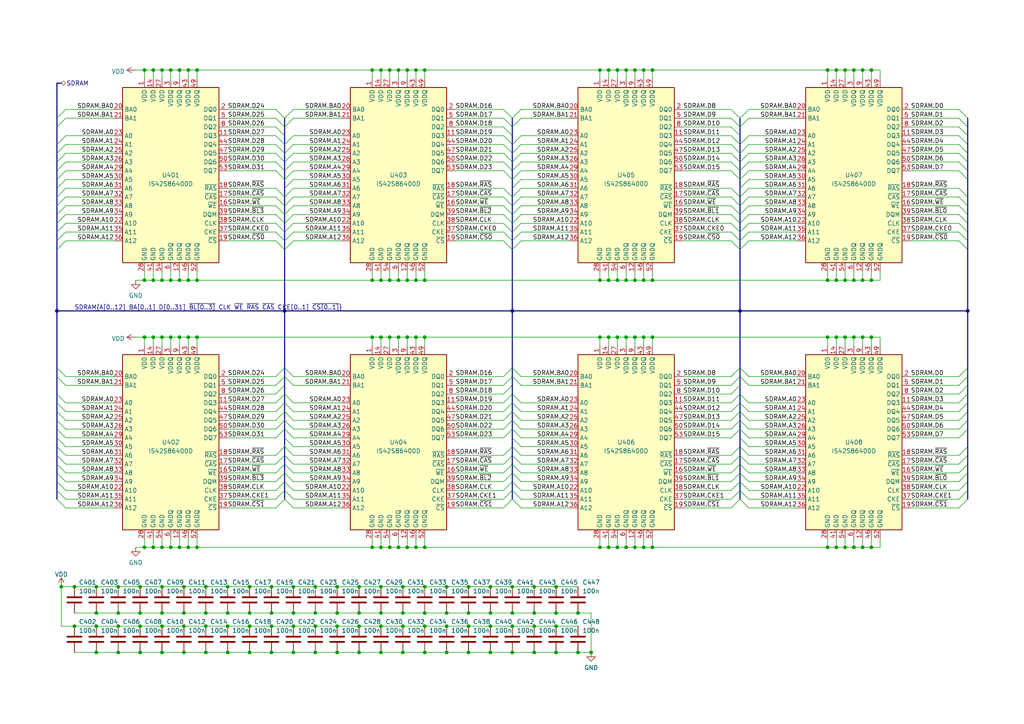
<source format=kicad_sch>
(kicad_sch (version 20211123) (generator eeschema)
  (paper "A4")
  (junction (at 173.99 81.28))
  (junction (at 49.53 158.75))
  (junction (at 57.15 97.79))
  (junction (at 110.49 170.18))
  (junction (at 184.15 20.32))
  (junction (at 49.53 81.28))
  (junction (at 53.34 189.23))
  (junction (at 113.03 97.79))
  (junction (at 110.49 20.32))
  (junction (at 148.59 181.61))
  (junction (at 148.59 189.23))
  (junction (at 53.34 177.8))
  (junction (at 78.74 189.23))
  (junction (at 46.99 181.61))
  (junction (at 107.95 97.79))
  (junction (at 247.65 97.79))
  (junction (at 52.07 158.75))
  (junction (at 40.64 181.61))
  (junction (at 118.11 158.75))
  (junction (at 245.11 158.75))
  (junction (at 21.59 181.61))
  (junction (at 78.74 170.18))
  (junction (at 179.07 81.28))
  (junction (at 46.99 177.8))
  (junction (at 189.23 20.32))
  (junction (at 189.23 158.75))
  (junction (at 34.29 189.23))
  (junction (at 113.03 81.28))
  (junction (at 123.19 189.23))
  (junction (at 242.57 20.32))
  (junction (at 176.53 158.75))
  (junction (at 85.09 170.18))
  (junction (at 72.39 177.8))
  (junction (at 142.24 181.61))
  (junction (at 184.15 158.75))
  (junction (at 135.89 189.23))
  (junction (at 97.79 181.61))
  (junction (at 123.19 20.32))
  (junction (at 34.29 177.8))
  (junction (at 120.65 97.79))
  (junction (at 171.45 189.23))
  (junction (at 66.04 189.23))
  (junction (at 179.07 97.79))
  (junction (at 247.65 158.75))
  (junction (at 72.39 181.61))
  (junction (at 44.45 81.28))
  (junction (at 107.95 20.32))
  (junction (at 110.49 158.75))
  (junction (at 115.57 97.79))
  (junction (at 57.15 81.28))
  (junction (at 189.23 97.79))
  (junction (at 110.49 181.61))
  (junction (at 78.74 181.61))
  (junction (at 148.59 177.8))
  (junction (at 113.03 20.32))
  (junction (at 104.14 189.23))
  (junction (at 142.24 177.8))
  (junction (at 280.67 90.17))
  (junction (at 176.53 81.28))
  (junction (at 142.24 170.18))
  (junction (at 184.15 97.79))
  (junction (at 41.91 20.32))
  (junction (at 46.99 81.28))
  (junction (at 154.94 181.61))
  (junction (at 78.74 177.8))
  (junction (at 85.09 181.61))
  (junction (at 57.15 20.32))
  (junction (at 161.29 181.61))
  (junction (at 154.94 177.8))
  (junction (at 135.89 181.61))
  (junction (at 123.19 170.18))
  (junction (at 72.39 170.18))
  (junction (at 252.73 81.28))
  (junction (at 40.64 177.8))
  (junction (at 240.03 81.28))
  (junction (at 52.07 20.32))
  (junction (at 167.64 177.8))
  (junction (at 49.53 20.32))
  (junction (at 53.34 181.61))
  (junction (at 97.79 177.8))
  (junction (at 46.99 189.23))
  (junction (at 54.61 81.28))
  (junction (at 110.49 177.8))
  (junction (at 148.59 90.17))
  (junction (at 49.53 97.79))
  (junction (at 27.94 189.23))
  (junction (at 115.57 20.32))
  (junction (at 118.11 81.28))
  (junction (at 240.03 20.32))
  (junction (at 16.51 90.17))
  (junction (at 129.54 181.61))
  (junction (at 85.09 189.23))
  (junction (at 179.07 20.32))
  (junction (at 40.64 170.18))
  (junction (at 167.64 189.23))
  (junction (at 148.59 170.18))
  (junction (at 66.04 177.8))
  (junction (at 250.19 20.32))
  (junction (at 123.19 158.75))
  (junction (at 116.84 177.8))
  (junction (at 82.55 90.17))
  (junction (at 252.73 20.32))
  (junction (at 27.94 181.61))
  (junction (at 181.61 97.79))
  (junction (at 142.24 189.23))
  (junction (at 173.99 97.79))
  (junction (at 173.99 20.32))
  (junction (at 91.44 189.23))
  (junction (at 40.64 189.23))
  (junction (at 34.29 181.61))
  (junction (at 57.15 158.75))
  (junction (at 247.65 20.32))
  (junction (at 184.15 81.28))
  (junction (at 116.84 189.23))
  (junction (at 250.19 158.75))
  (junction (at 252.73 158.75))
  (junction (at 186.69 97.79))
  (junction (at 91.44 177.8))
  (junction (at 179.07 158.75))
  (junction (at 59.69 181.61))
  (junction (at 110.49 81.28))
  (junction (at 173.99 158.75))
  (junction (at 135.89 170.18))
  (junction (at 107.95 81.28))
  (junction (at 46.99 97.79))
  (junction (at 181.61 158.75))
  (junction (at 52.07 97.79))
  (junction (at 245.11 81.28))
  (junction (at 245.11 20.32))
  (junction (at 97.79 189.23))
  (junction (at 252.73 97.79))
  (junction (at 176.53 97.79))
  (junction (at 72.39 189.23))
  (junction (at 41.91 81.28))
  (junction (at 104.14 181.61))
  (junction (at 21.59 170.18))
  (junction (at 46.99 170.18))
  (junction (at 154.94 170.18))
  (junction (at 115.57 158.75))
  (junction (at 181.61 20.32))
  (junction (at 245.11 97.79))
  (junction (at 46.99 158.75))
  (junction (at 44.45 20.32))
  (junction (at 110.49 189.23))
  (junction (at 135.89 177.8))
  (junction (at 115.57 81.28))
  (junction (at 52.07 81.28))
  (junction (at 120.65 81.28))
  (junction (at 97.79 170.18))
  (junction (at 54.61 158.75))
  (junction (at 41.91 97.79))
  (junction (at 161.29 189.23))
  (junction (at 41.91 158.75))
  (junction (at 123.19 81.28))
  (junction (at 129.54 170.18))
  (junction (at 54.61 97.79))
  (junction (at 242.57 81.28))
  (junction (at 154.94 189.23))
  (junction (at 91.44 181.61))
  (junction (at 27.94 177.8))
  (junction (at 214.63 90.17))
  (junction (at 85.09 177.8))
  (junction (at 66.04 181.61))
  (junction (at 53.34 170.18))
  (junction (at 104.14 170.18))
  (junction (at 240.03 97.79))
  (junction (at 66.04 170.18))
  (junction (at 44.45 158.75))
  (junction (at 120.65 20.32))
  (junction (at 116.84 170.18))
  (junction (at 34.29 170.18))
  (junction (at 118.11 20.32))
  (junction (at 129.54 177.8))
  (junction (at 247.65 81.28))
  (junction (at 123.19 181.61))
  (junction (at 17.78 170.18))
  (junction (at 176.53 20.32))
  (junction (at 59.69 177.8))
  (junction (at 242.57 97.79))
  (junction (at 118.11 97.79))
  (junction (at 44.45 97.79))
  (junction (at 123.19 177.8))
  (junction (at 161.29 170.18))
  (junction (at 250.19 81.28))
  (junction (at 189.23 81.28))
  (junction (at 110.49 97.79))
  (junction (at 59.69 189.23))
  (junction (at 46.99 20.32))
  (junction (at 240.03 158.75))
  (junction (at 54.61 20.32))
  (junction (at 91.44 170.18))
  (junction (at 161.29 177.8))
  (junction (at 181.61 81.28))
  (junction (at 107.95 158.75))
  (junction (at 59.69 170.18))
  (junction (at 250.19 97.79))
  (junction (at 242.57 158.75))
  (junction (at 27.94 170.18))
  (junction (at 116.84 181.61))
  (junction (at 186.69 20.32))
  (junction (at 120.65 158.75))
  (junction (at 129.54 189.23))
  (junction (at 104.14 177.8))
  (junction (at 123.19 97.79))
  (junction (at 113.03 158.75))
  (junction (at 186.69 81.28))
  (junction (at 186.69 158.75))
  (bus_entry (at 148.59 49.53) (size 2.54 -2.54))
  (bus_entry (at 148.59 41.91) (size 2.54 -2.54))
  (bus_entry (at 82.55 54.61) (size 2.54 -2.54))
  (bus_entry (at 82.55 72.39) (size 2.54 -2.54))
  (bus_entry (at 148.59 127) (size 2.54 2.54))
  (bus_entry (at 82.55 134.62) (size -2.54 2.54))
  (bus_entry (at 214.63 46.99) (size -2.54 -2.54))
  (bus_entry (at 82.55 46.99) (size 2.54 -2.54))
  (bus_entry (at 212.09 121.92) (size 2.54 -2.54))
  (bus_entry (at 280.67 34.29) (size -2.54 -2.54))
  (bus_entry (at 212.09 119.38) (size 2.54 -2.54))
  (bus_entry (at 82.55 129.54) (size -2.54 2.54))
  (bus_entry (at 148.59 119.38) (size 2.54 2.54))
  (bus_entry (at 82.55 132.08) (size -2.54 2.54))
  (bus_entry (at 280.67 62.23) (size -2.54 -2.54))
  (bus_entry (at 214.63 132.08) (size -2.54 2.54))
  (bus_entry (at 280.67 134.62) (size -2.54 2.54))
  (bus_entry (at 82.55 41.91) (size 2.54 -2.54))
  (bus_entry (at 280.67 57.15) (size -2.54 -2.54))
  (bus_entry (at 82.55 132.08) (size 2.54 2.54))
  (bus_entry (at 148.59 139.7) (size -2.54 2.54))
  (bus_entry (at 278.13 124.46) (size 2.54 -2.54))
  (bus_entry (at 16.51 44.45) (size 2.54 -2.54))
  (bus_entry (at 16.51 69.85) (size 2.54 -2.54))
  (bus_entry (at 82.55 64.77) (size -2.54 -2.54))
  (bus_entry (at 82.55 46.99) (size -2.54 -2.54))
  (bus_entry (at 146.05 119.38) (size 2.54 -2.54))
  (bus_entry (at 82.55 121.92) (size 2.54 2.54))
  (bus_entry (at 148.59 134.62) (size 2.54 2.54))
  (bus_entry (at 214.63 134.62) (size 2.54 2.54))
  (bus_entry (at 148.59 72.39) (size -2.54 -2.54))
  (bus_entry (at 214.63 44.45) (size -2.54 -2.54))
  (bus_entry (at 214.63 34.29) (size 2.54 -2.54))
  (bus_entry (at 82.55 137.16) (size 2.54 2.54))
  (bus_entry (at 82.55 49.53) (size -2.54 -2.54))
  (bus_entry (at 80.01 111.76) (size 2.54 -2.54))
  (bus_entry (at 148.59 69.85) (size -2.54 -2.54))
  (bus_entry (at 148.59 144.78) (size 2.54 2.54))
  (bus_entry (at 212.09 111.76) (size 2.54 -2.54))
  (bus_entry (at 16.51 119.38) (size 2.54 2.54))
  (bus_entry (at 280.67 49.53) (size -2.54 -2.54))
  (bus_entry (at 148.59 132.08) (size -2.54 2.54))
  (bus_entry (at 82.55 57.15) (size -2.54 -2.54))
  (bus_entry (at 148.59 64.77) (size 2.54 -2.54))
  (bus_entry (at 16.51 57.15) (size 2.54 -2.54))
  (bus_entry (at 16.51 129.54) (size 2.54 2.54))
  (bus_entry (at 280.67 44.45) (size -2.54 -2.54))
  (bus_entry (at 148.59 121.92) (size 2.54 2.54))
  (bus_entry (at 278.13 127) (size 2.54 -2.54))
  (bus_entry (at 214.63 62.23) (size 2.54 -2.54))
  (bus_entry (at 82.55 62.23) (size -2.54 -2.54))
  (bus_entry (at 16.51 132.08) (size 2.54 2.54))
  (bus_entry (at 278.13 116.84) (size 2.54 -2.54))
  (bus_entry (at 214.63 134.62) (size -2.54 2.54))
  (bus_entry (at 148.59 41.91) (size -2.54 -2.54))
  (bus_entry (at 214.63 129.54) (size 2.54 2.54))
  (bus_entry (at 214.63 64.77) (size 2.54 -2.54))
  (bus_entry (at 82.55 36.83) (size -2.54 -2.54))
  (bus_entry (at 82.55 144.78) (size -2.54 2.54))
  (bus_entry (at 146.05 124.46) (size 2.54 -2.54))
  (bus_entry (at 82.55 69.85) (size -2.54 -2.54))
  (bus_entry (at 80.01 124.46) (size 2.54 -2.54))
  (bus_entry (at 214.63 132.08) (size 2.54 2.54))
  (bus_entry (at 82.55 52.07) (size -2.54 -2.54))
  (bus_entry (at 280.67 72.39) (size -2.54 -2.54))
  (bus_entry (at 16.51 52.07) (size 2.54 -2.54))
  (bus_entry (at 280.67 132.08) (size -2.54 2.54))
  (bus_entry (at 16.51 114.3) (size 2.54 2.54))
  (bus_entry (at 214.63 144.78) (size 2.54 2.54))
  (bus_entry (at 148.59 34.29) (size 2.54 -2.54))
  (bus_entry (at 212.09 127) (size 2.54 -2.54))
  (bus_entry (at 16.51 67.31) (size 2.54 -2.54))
  (bus_entry (at 214.63 62.23) (size -2.54 -2.54))
  (bus_entry (at 148.59 57.15) (size -2.54 -2.54))
  (bus_entry (at 82.55 36.83) (size 2.54 -2.54))
  (bus_entry (at 82.55 34.29) (size 2.54 -2.54))
  (bus_entry (at 148.59 52.07) (size -2.54 -2.54))
  (bus_entry (at 148.59 34.29) (size -2.54 -2.54))
  (bus_entry (at 278.13 111.76) (size 2.54 -2.54))
  (bus_entry (at 214.63 139.7) (size 2.54 2.54))
  (bus_entry (at 280.67 144.78) (size -2.54 2.54))
  (bus_entry (at 214.63 44.45) (size 2.54 -2.54))
  (bus_entry (at 280.67 59.69) (size -2.54 -2.54))
  (bus_entry (at 82.55 109.22) (size 2.54 2.54))
  (bus_entry (at 214.63 67.31) (size 2.54 -2.54))
  (bus_entry (at 214.63 72.39) (size 2.54 -2.54))
  (bus_entry (at 80.01 121.92) (size 2.54 -2.54))
  (bus_entry (at 280.67 39.37) (size -2.54 -2.54))
  (bus_entry (at 214.63 36.83) (size -2.54 -2.54))
  (bus_entry (at 148.59 59.69) (size -2.54 -2.54))
  (bus_entry (at 214.63 121.92) (size 2.54 2.54))
  (bus_entry (at 82.55 62.23) (size 2.54 -2.54))
  (bus_entry (at 148.59 132.08) (size 2.54 2.54))
  (bus_entry (at 214.63 119.38) (size 2.54 2.54))
  (bus_entry (at 278.13 109.22) (size 2.54 -2.54))
  (bus_entry (at 148.59 52.07) (size 2.54 -2.54))
  (bus_entry (at 82.55 67.31) (size -2.54 -2.54))
  (bus_entry (at 80.01 116.84) (size 2.54 -2.54))
  (bus_entry (at 16.51 144.78) (size 2.54 2.54))
  (bus_entry (at 82.55 137.16) (size -2.54 2.54))
  (bus_entry (at 214.63 109.22) (size 2.54 2.54))
  (bus_entry (at 214.63 34.29) (size -2.54 -2.54))
  (bus_entry (at 146.05 109.22) (size 2.54 -2.54))
  (bus_entry (at 148.59 142.24) (size 2.54 2.54))
  (bus_entry (at 278.13 114.3) (size 2.54 -2.54))
  (bus_entry (at 16.51 62.23) (size 2.54 -2.54))
  (bus_entry (at 148.59 137.16) (size 2.54 2.54))
  (bus_entry (at 146.05 116.84) (size 2.54 -2.54))
  (bus_entry (at 212.09 109.22) (size 2.54 -2.54))
  (bus_entry (at 16.51 106.68) (size 2.54 2.54))
  (bus_entry (at 280.67 67.31) (size -2.54 -2.54))
  (bus_entry (at 82.55 44.45) (size -2.54 -2.54))
  (bus_entry (at 214.63 139.7) (size -2.54 2.54))
  (bus_entry (at 148.59 46.99) (size 2.54 -2.54))
  (bus_entry (at 148.59 39.37) (size -2.54 -2.54))
  (bus_entry (at 82.55 124.46) (size 2.54 2.54))
  (bus_entry (at 148.59 116.84) (size 2.54 2.54))
  (bus_entry (at 80.01 119.38) (size 2.54 -2.54))
  (bus_entry (at 82.55 69.85) (size 2.54 -2.54))
  (bus_entry (at 16.51 121.92) (size 2.54 2.54))
  (bus_entry (at 82.55 64.77) (size 2.54 -2.54))
  (bus_entry (at 82.55 142.24) (size -2.54 2.54))
  (bus_entry (at 82.55 57.15) (size 2.54 -2.54))
  (bus_entry (at 16.51 36.83) (size 2.54 -2.54))
  (bus_entry (at 16.51 54.61) (size 2.54 -2.54))
  (bus_entry (at 278.13 119.38) (size 2.54 -2.54))
  (bus_entry (at 214.63 114.3) (size 2.54 2.54))
  (bus_entry (at 212.09 124.46) (size 2.54 -2.54))
  (bus_entry (at 148.59 142.24) (size -2.54 2.54))
  (bus_entry (at 280.67 46.99) (size -2.54 -2.54))
  (bus_entry (at 214.63 46.99) (size 2.54 -2.54))
  (bus_entry (at 82.55 119.38) (size 2.54 2.54))
  (bus_entry (at 280.67 36.83) (size -2.54 -2.54))
  (bus_entry (at 214.63 137.16) (size -2.54 2.54))
  (bus_entry (at 16.51 142.24) (size 2.54 2.54))
  (bus_entry (at 214.63 39.37) (size -2.54 -2.54))
  (bus_entry (at 148.59 109.22) (size 2.54 2.54))
  (bus_entry (at 214.63 57.15) (size -2.54 -2.54))
  (bus_entry (at 82.55 144.78) (size 2.54 2.54))
  (bus_entry (at 16.51 46.99) (size 2.54 -2.54))
  (bus_entry (at 16.51 127) (size 2.54 2.54))
  (bus_entry (at 214.63 144.78) (size -2.54 2.54))
  (bus_entry (at 214.63 36.83) (size 2.54 -2.54))
  (bus_entry (at 148.59 129.54) (size -2.54 2.54))
  (bus_entry (at 214.63 52.07) (size 2.54 -2.54))
  (bus_entry (at 148.59 137.16) (size -2.54 2.54))
  (bus_entry (at 80.01 109.22) (size 2.54 -2.54))
  (bus_entry (at 148.59 64.77) (size -2.54 -2.54))
  (bus_entry (at 80.01 127) (size 2.54 -2.54))
  (bus_entry (at 148.59 44.45) (size -2.54 -2.54))
  (bus_entry (at 148.59 124.46) (size 2.54 2.54))
  (bus_entry (at 148.59 114.3) (size 2.54 2.54))
  (bus_entry (at 148.59 44.45) (size 2.54 -2.54))
  (bus_entry (at 214.63 54.61) (size 2.54 -2.54))
  (bus_entry (at 212.09 114.3) (size 2.54 -2.54))
  (bus_entry (at 280.67 129.54) (size -2.54 2.54))
  (bus_entry (at 16.51 109.22) (size 2.54 2.54))
  (bus_entry (at 146.05 121.92) (size 2.54 -2.54))
  (bus_entry (at 16.51 34.29) (size 2.54 -2.54))
  (bus_entry (at 148.59 72.39) (size 2.54 -2.54))
  (bus_entry (at 148.59 46.99) (size -2.54 -2.54))
  (bus_entry (at 82.55 34.29) (size -2.54 -2.54))
  (bus_entry (at 82.55 59.69) (size -2.54 -2.54))
  (bus_entry (at 82.55 44.45) (size 2.54 -2.54))
  (bus_entry (at 214.63 106.68) (size 2.54 2.54))
  (bus_entry (at 16.51 72.39) (size 2.54 -2.54))
  (bus_entry (at 214.63 124.46) (size 2.54 2.54))
  (bus_entry (at 82.55 41.91) (size -2.54 -2.54))
  (bus_entry (at 16.51 124.46) (size 2.54 2.54))
  (bus_entry (at 82.55 59.69) (size 2.54 -2.54))
  (bus_entry (at 16.51 116.84) (size 2.54 2.54))
  (bus_entry (at 82.55 39.37) (size -2.54 -2.54))
  (bus_entry (at 148.59 69.85) (size 2.54 -2.54))
  (bus_entry (at 146.05 111.76) (size 2.54 -2.54))
  (bus_entry (at 214.63 129.54) (size -2.54 2.54))
  (bus_entry (at 82.55 127) (size 2.54 2.54))
  (bus_entry (at 214.63 142.24) (size 2.54 2.54))
  (bus_entry (at 148.59 49.53) (size -2.54 -2.54))
  (bus_entry (at 148.59 36.83) (size 2.54 -2.54))
  (bus_entry (at 16.51 134.62) (size 2.54 2.54))
  (bus_entry (at 146.05 127) (size 2.54 -2.54))
  (bus_entry (at 280.67 52.07) (size -2.54 -2.54))
  (bus_entry (at 16.51 49.53) (size 2.54 -2.54))
  (bus_entry (at 214.63 49.53) (size 2.54 -2.54))
  (bus_entry (at 82.55 114.3) (size 2.54 2.54))
  (bus_entry (at 82.55 67.31) (size 2.54 -2.54))
  (bus_entry (at 214.63 69.85) (size -2.54 -2.54))
  (bus_entry (at 214.63 49.53) (size -2.54 -2.54))
  (bus_entry (at 148.59 134.62) (size -2.54 2.54))
  (bus_entry (at 212.09 116.84) (size 2.54 -2.54))
  (bus_entry (at 214.63 69.85) (size 2.54 -2.54))
  (bus_entry (at 148.59 139.7) (size 2.54 2.54))
  (bus_entry (at 148.59 129.54) (size 2.54 2.54))
  (bus_entry (at 214.63 59.69) (size 2.54 -2.54))
  (bus_entry (at 280.67 69.85) (size -2.54 -2.54))
  (bus_entry (at 280.67 142.24) (size -2.54 2.54))
  (bus_entry (at 148.59 36.83) (size -2.54 -2.54))
  (bus_entry (at 148.59 67.31) (size -2.54 -2.54))
  (bus_entry (at 214.63 67.31) (size -2.54 -2.54))
  (bus_entry (at 82.55 129.54) (size 2.54 2.54))
  (bus_entry (at 148.59 106.68) (size 2.54 2.54))
  (bus_entry (at 148.59 54.61) (size 2.54 -2.54))
  (bus_entry (at 82.55 139.7) (size 2.54 2.54))
  (bus_entry (at 82.55 134.62) (size 2.54 2.54))
  (bus_entry (at 82.55 106.68) (size 2.54 2.54))
  (bus_entry (at 148.59 67.31) (size 2.54 -2.54))
  (bus_entry (at 214.63 127) (size 2.54 2.54))
  (bus_entry (at 214.63 52.07) (size -2.54 -2.54))
  (bus_entry (at 148.59 62.23) (size 2.54 -2.54))
  (bus_entry (at 80.01 114.3) (size 2.54 -2.54))
  (bus_entry (at 16.51 139.7) (size 2.54 2.54))
  (bus_entry (at 148.59 62.23) (size -2.54 -2.54))
  (bus_entry (at 16.51 59.69) (size 2.54 -2.54))
  (bus_entry (at 82.55 142.24) (size 2.54 2.54))
  (bus_entry (at 280.67 41.91) (size -2.54 -2.54))
  (bus_entry (at 82.55 72.39) (size -2.54 -2.54))
  (bus_entry (at 214.63 137.16) (size 2.54 2.54))
  (bus_entry (at 16.51 137.16) (size 2.54 2.54))
  (bus_entry (at 214.63 64.77) (size -2.54 -2.54))
  (bus_entry (at 82.55 49.53) (size 2.54 -2.54))
  (bus_entry (at 214.63 59.69) (size -2.54 -2.54))
  (bus_entry (at 82.55 116.84) (size 2.54 2.54))
  (bus_entry (at 148.59 59.69) (size 2.54 -2.54))
  (bus_entry (at 148.59 144.78) (size -2.54 2.54))
  (bus_entry (at 82.55 52.07) (size 2.54 -2.54))
  (bus_entry (at 16.51 64.77) (size 2.54 -2.54))
  (bus_entry (at 280.67 139.7) (size -2.54 2.54))
  (bus_entry (at 278.13 121.92) (size 2.54 -2.54))
  (bus_entry (at 214.63 41.91) (size 2.54 -2.54))
  (bus_entry (at 280.67 64.77) (size -2.54 -2.54))
  (bus_entry (at 280.67 137.16) (size -2.54 2.54))
  (bus_entry (at 146.05 114.3) (size 2.54 -2.54))
  (bus_entry (at 148.59 57.15) (size 2.54 -2.54))
  (bus_entry (at 214.63 41.91) (size -2.54 -2.54))
  (bus_entry (at 82.55 139.7) (size -2.54 2.54))
  (bus_entry (at 214.63 116.84) (size 2.54 2.54))
  (bus_entry (at 214.63 57.15) (size 2.54 -2.54))
  (bus_entry (at 16.51 41.91) (size 2.54 -2.54))
  (bus_entry (at 214.63 142.24) (size -2.54 2.54))
  (bus_entry (at 214.63 72.39) (size -2.54 -2.54))
  (wire (pts (xy 107.95 158.75) (xy 110.49 158.75)))
  (wire (pts (xy 66.04 139.7) (xy 80.01 139.7)))
  (wire (pts (xy 217.17 31.75) (xy 231.14 31.75)))
  (wire (pts (xy 129.54 177.8) (xy 135.89 177.8)))
  (bus (pts (xy 214.63 41.91) (xy 214.63 44.45)))
  (wire (pts (xy 110.49 177.8) (xy 116.84 177.8)))
  (wire (pts (xy 19.05 127) (xy 33.02 127)))
  (wire (pts (xy 184.15 78.74) (xy 184.15 81.28)))
  (wire (pts (xy 21.59 177.8) (xy 27.94 177.8)))
  (wire (pts (xy 132.08 36.83) (xy 146.05 36.83)))
  (wire (pts (xy 39.37 20.32) (xy 41.91 20.32)))
  (wire (pts (xy 66.04 57.15) (xy 80.01 57.15)))
  (bus (pts (xy 280.67 134.62) (xy 280.67 137.16)))
  (wire (pts (xy 19.05 49.53) (xy 33.02 49.53)))
  (wire (pts (xy 85.09 57.15) (xy 99.06 57.15)))
  (wire (pts (xy 176.53 78.74) (xy 176.53 81.28)))
  (wire (pts (xy 19.05 129.54) (xy 33.02 129.54)))
  (wire (pts (xy 247.65 20.32) (xy 245.11 20.32)))
  (wire (pts (xy 57.15 158.75) (xy 107.95 158.75)))
  (wire (pts (xy 217.17 39.37) (xy 231.14 39.37)))
  (wire (pts (xy 173.99 158.75) (xy 176.53 158.75)))
  (wire (pts (xy 113.03 97.79) (xy 110.49 97.79)))
  (wire (pts (xy 85.09 49.53) (xy 99.06 49.53)))
  (wire (pts (xy 53.34 177.8) (xy 59.69 177.8)))
  (wire (pts (xy 217.17 34.29) (xy 231.14 34.29)))
  (wire (pts (xy 115.57 97.79) (xy 113.03 97.79)))
  (wire (pts (xy 66.04 177.8) (xy 72.39 177.8)))
  (wire (pts (xy 85.09 116.84) (xy 99.06 116.84)))
  (wire (pts (xy 184.15 97.79) (xy 181.61 97.79)))
  (wire (pts (xy 242.57 97.79) (xy 242.57 100.33)))
  (wire (pts (xy 129.54 181.61) (xy 135.89 181.61)))
  (wire (pts (xy 123.19 189.23) (xy 129.54 189.23)))
  (wire (pts (xy 66.04 114.3) (xy 80.01 114.3)))
  (bus (pts (xy 16.51 132.08) (xy 16.51 134.62)))
  (bus (pts (xy 148.59 52.07) (xy 148.59 54.61)))
  (bus (pts (xy 214.63 49.53) (xy 214.63 52.07)))
  (bus (pts (xy 16.51 36.83) (xy 16.51 41.91)))
  (wire (pts (xy 198.12 144.78) (xy 212.09 144.78)))
  (wire (pts (xy 66.04 144.78) (xy 80.01 144.78)))
  (bus (pts (xy 82.55 57.15) (xy 82.55 59.69)))
  (wire (pts (xy 123.19 158.75) (xy 173.99 158.75)))
  (wire (pts (xy 85.09 67.31) (xy 99.06 67.31)))
  (wire (pts (xy 151.13 147.32) (xy 165.1 147.32)))
  (wire (pts (xy 123.19 20.32) (xy 123.19 22.86)))
  (bus (pts (xy 214.63 111.76) (xy 214.63 114.3)))
  (wire (pts (xy 132.08 59.69) (xy 146.05 59.69)))
  (wire (pts (xy 40.64 189.23) (xy 46.99 189.23)))
  (bus (pts (xy 280.67 114.3) (xy 280.67 116.84)))
  (wire (pts (xy 252.73 81.28) (xy 255.27 81.28)))
  (bus (pts (xy 82.55 109.22) (xy 82.55 111.76)))
  (wire (pts (xy 148.59 189.23) (xy 154.94 189.23)))
  (bus (pts (xy 16.51 34.29) (xy 16.51 24.13)))
  (wire (pts (xy 264.16 111.76) (xy 278.13 111.76)))
  (wire (pts (xy 135.89 170.18) (xy 142.24 170.18)))
  (bus (pts (xy 280.67 106.68) (xy 280.67 109.22)))
  (bus (pts (xy 148.59 116.84) (xy 148.59 119.38)))
  (wire (pts (xy 179.07 20.32) (xy 176.53 20.32)))
  (wire (pts (xy 278.13 69.85) (xy 264.16 69.85)))
  (bus (pts (xy 214.63 67.31) (xy 214.63 69.85)))
  (wire (pts (xy 217.17 144.78) (xy 231.14 144.78)))
  (wire (pts (xy 132.08 121.92) (xy 146.05 121.92)))
  (wire (pts (xy 19.05 121.92) (xy 33.02 121.92)))
  (wire (pts (xy 54.61 158.75) (xy 57.15 158.75)))
  (wire (pts (xy 19.05 39.37) (xy 33.02 39.37)))
  (wire (pts (xy 72.39 177.8) (xy 78.74 177.8)))
  (wire (pts (xy 198.12 137.16) (xy 212.09 137.16)))
  (wire (pts (xy 252.73 158.75) (xy 255.27 158.75)))
  (wire (pts (xy 151.13 67.31) (xy 165.1 67.31)))
  (wire (pts (xy 41.91 20.32) (xy 41.91 22.86)))
  (wire (pts (xy 240.03 158.75) (xy 242.57 158.75)))
  (bus (pts (xy 148.59 59.69) (xy 148.59 62.23)))
  (wire (pts (xy 240.03 20.32) (xy 189.23 20.32)))
  (wire (pts (xy 217.17 44.45) (xy 231.14 44.45)))
  (wire (pts (xy 91.44 177.8) (xy 97.79 177.8)))
  (wire (pts (xy 245.11 156.21) (xy 245.11 158.75)))
  (wire (pts (xy 132.08 109.22) (xy 146.05 109.22)))
  (wire (pts (xy 129.54 170.18) (xy 135.89 170.18)))
  (bus (pts (xy 82.55 127) (xy 82.55 129.54)))
  (bus (pts (xy 16.51 119.38) (xy 16.51 121.92)))
  (wire (pts (xy 21.59 189.23) (xy 27.94 189.23)))
  (wire (pts (xy 85.09 189.23) (xy 91.44 189.23)))
  (bus (pts (xy 214.63 127) (xy 214.63 129.54)))
  (wire (pts (xy 53.34 170.18) (xy 59.69 170.18)))
  (wire (pts (xy 46.99 20.32) (xy 44.45 20.32)))
  (bus (pts (xy 16.51 90.17) (xy 16.51 106.68)))
  (bus (pts (xy 148.59 67.31) (xy 148.59 69.85)))
  (wire (pts (xy 66.04 109.22) (xy 80.01 109.22)))
  (wire (pts (xy 110.49 181.61) (xy 116.84 181.61)))
  (wire (pts (xy 116.84 170.18) (xy 123.19 170.18)))
  (wire (pts (xy 252.73 20.32) (xy 252.73 22.86)))
  (bus (pts (xy 214.63 142.24) (xy 214.63 144.78)))
  (wire (pts (xy 120.65 20.32) (xy 118.11 20.32)))
  (wire (pts (xy 123.19 181.61) (xy 129.54 181.61)))
  (wire (pts (xy 104.14 170.18) (xy 110.49 170.18)))
  (wire (pts (xy 115.57 20.32) (xy 115.57 22.86)))
  (wire (pts (xy 151.13 127) (xy 165.1 127)))
  (wire (pts (xy 57.15 97.79) (xy 54.61 97.79)))
  (wire (pts (xy 66.04 181.61) (xy 72.39 181.61)))
  (wire (pts (xy 120.65 97.79) (xy 118.11 97.79)))
  (bus (pts (xy 280.67 46.99) (xy 280.67 49.53)))
  (wire (pts (xy 19.05 116.84) (xy 33.02 116.84)))
  (wire (pts (xy 181.61 97.79) (xy 181.61 100.33)))
  (wire (pts (xy 217.17 137.16) (xy 231.14 137.16)))
  (wire (pts (xy 264.16 124.46) (xy 278.13 124.46)))
  (bus (pts (xy 82.55 46.99) (xy 82.55 49.53)))
  (wire (pts (xy 198.12 124.46) (xy 212.09 124.46)))
  (wire (pts (xy 264.16 59.69) (xy 278.13 59.69)))
  (wire (pts (xy 19.05 137.16) (xy 33.02 137.16)))
  (bus (pts (xy 82.55 59.69) (xy 82.55 62.23)))
  (wire (pts (xy 151.13 69.85) (xy 165.1 69.85)))
  (bus (pts (xy 82.55 62.23) (xy 82.55 64.77)))
  (wire (pts (xy 19.05 147.32) (xy 33.02 147.32)))
  (wire (pts (xy 189.23 97.79) (xy 186.69 97.79)))
  (bus (pts (xy 214.63 57.15) (xy 214.63 59.69)))
  (bus (pts (xy 16.51 59.69) (xy 16.51 62.23)))
  (wire (pts (xy 198.12 46.99) (xy 212.09 46.99)))
  (wire (pts (xy 173.99 20.32) (xy 173.99 22.86)))
  (bus (pts (xy 82.55 39.37) (xy 82.55 41.91)))
  (wire (pts (xy 57.15 97.79) (xy 57.15 100.33)))
  (wire (pts (xy 66.04 44.45) (xy 80.01 44.45)))
  (wire (pts (xy 113.03 20.32) (xy 110.49 20.32)))
  (wire (pts (xy 173.99 156.21) (xy 173.99 158.75)))
  (bus (pts (xy 214.63 69.85) (xy 214.63 72.39)))
  (bus (pts (xy 214.63 106.68) (xy 214.63 109.22)))
  (wire (pts (xy 264.16 137.16) (xy 278.13 137.16)))
  (bus (pts (xy 16.51 64.77) (xy 16.51 67.31)))
  (wire (pts (xy 49.53 97.79) (xy 49.53 100.33)))
  (wire (pts (xy 46.99 158.75) (xy 49.53 158.75)))
  (wire (pts (xy 52.07 97.79) (xy 52.07 100.33)))
  (bus (pts (xy 214.63 129.54) (xy 214.63 132.08)))
  (wire (pts (xy 176.53 20.32) (xy 176.53 22.86)))
  (bus (pts (xy 214.63 64.77) (xy 214.63 67.31)))
  (wire (pts (xy 132.08 39.37) (xy 146.05 39.37)))
  (wire (pts (xy 53.34 181.61) (xy 59.69 181.61)))
  (wire (pts (xy 85.09 124.46) (xy 99.06 124.46)))
  (wire (pts (xy 116.84 177.8) (xy 123.19 177.8)))
  (wire (pts (xy 132.08 41.91) (xy 146.05 41.91)))
  (bus (pts (xy 16.51 52.07) (xy 16.51 54.61)))
  (bus (pts (xy 16.51 41.91) (xy 16.51 44.45)))
  (wire (pts (xy 217.17 116.84) (xy 231.14 116.84)))
  (wire (pts (xy 217.17 111.76) (xy 231.14 111.76)))
  (wire (pts (xy 21.59 181.61) (xy 27.94 181.61)))
  (wire (pts (xy 184.15 81.28) (xy 186.69 81.28)))
  (wire (pts (xy 34.29 170.18) (xy 40.64 170.18)))
  (wire (pts (xy 132.08 64.77) (xy 146.05 64.77)))
  (bus (pts (xy 16.51 54.61) (xy 16.51 57.15)))
  (wire (pts (xy 217.17 121.92) (xy 231.14 121.92)))
  (wire (pts (xy 154.94 181.61) (xy 161.29 181.61)))
  (wire (pts (xy 173.99 97.79) (xy 123.19 97.79)))
  (wire (pts (xy 46.99 78.74) (xy 46.99 81.28)))
  (wire (pts (xy 104.14 177.8) (xy 110.49 177.8)))
  (wire (pts (xy 113.03 97.79) (xy 113.03 100.33)))
  (wire (pts (xy 52.07 156.21) (xy 52.07 158.75)))
  (wire (pts (xy 198.12 147.32) (xy 212.09 147.32)))
  (wire (pts (xy 19.05 31.75) (xy 33.02 31.75)))
  (wire (pts (xy 198.12 64.77) (xy 212.09 64.77)))
  (wire (pts (xy 217.17 142.24) (xy 231.14 142.24)))
  (wire (pts (xy 264.16 34.29) (xy 278.13 34.29)))
  (wire (pts (xy 110.49 170.18) (xy 116.84 170.18)))
  (wire (pts (xy 217.17 52.07) (xy 231.14 52.07)))
  (wire (pts (xy 217.17 57.15) (xy 231.14 57.15)))
  (wire (pts (xy 217.17 54.61) (xy 231.14 54.61)))
  (bus (pts (xy 280.67 139.7) (xy 280.67 142.24)))
  (wire (pts (xy 151.13 44.45) (xy 165.1 44.45)))
  (wire (pts (xy 247.65 81.28) (xy 250.19 81.28)))
  (wire (pts (xy 34.29 181.61) (xy 40.64 181.61)))
  (wire (pts (xy 176.53 158.75) (xy 179.07 158.75)))
  (bus (pts (xy 148.59 69.85) (xy 148.59 72.39)))
  (wire (pts (xy 217.17 49.53) (xy 231.14 49.53)))
  (wire (pts (xy 44.45 81.28) (xy 46.99 81.28)))
  (wire (pts (xy 66.04 189.23) (xy 72.39 189.23)))
  (bus (pts (xy 280.67 119.38) (xy 280.67 121.92)))
  (wire (pts (xy 217.17 132.08) (xy 231.14 132.08)))
  (bus (pts (xy 16.51 44.45) (xy 16.51 46.99)))
  (wire (pts (xy 132.08 124.46) (xy 146.05 124.46)))
  (bus (pts (xy 214.63 139.7) (xy 214.63 142.24)))
  (wire (pts (xy 184.15 20.32) (xy 181.61 20.32)))
  (wire (pts (xy 59.69 177.8) (xy 66.04 177.8)))
  (wire (pts (xy 186.69 78.74) (xy 186.69 81.28)))
  (wire (pts (xy 54.61 20.32) (xy 52.07 20.32)))
  (bus (pts (xy 148.59 90.17) (xy 148.59 106.68)))
  (wire (pts (xy 57.15 20.32) (xy 57.15 22.86)))
  (wire (pts (xy 151.13 49.53) (xy 165.1 49.53)))
  (wire (pts (xy 132.08 139.7) (xy 146.05 139.7)))
  (bus (pts (xy 280.67 109.22) (xy 280.67 111.76)))
  (wire (pts (xy 151.13 59.69) (xy 165.1 59.69)))
  (wire (pts (xy 132.08 147.32) (xy 146.05 147.32)))
  (wire (pts (xy 97.79 177.8) (xy 104.14 177.8)))
  (wire (pts (xy 161.29 177.8) (xy 167.64 177.8)))
  (wire (pts (xy 217.17 127) (xy 231.14 127)))
  (wire (pts (xy 212.09 69.85) (xy 198.12 69.85)))
  (bus (pts (xy 148.59 134.62) (xy 148.59 137.16)))
  (wire (pts (xy 41.91 81.28) (xy 44.45 81.28)))
  (wire (pts (xy 85.09 39.37) (xy 99.06 39.37)))
  (wire (pts (xy 198.12 116.84) (xy 212.09 116.84)))
  (wire (pts (xy 176.53 156.21) (xy 176.53 158.75)))
  (wire (pts (xy 66.04 46.99) (xy 80.01 46.99)))
  (wire (pts (xy 66.04 62.23) (xy 80.01 62.23)))
  (bus (pts (xy 82.55 67.31) (xy 82.55 69.85)))
  (wire (pts (xy 132.08 111.76) (xy 146.05 111.76)))
  (bus (pts (xy 148.59 39.37) (xy 148.59 41.91)))
  (bus (pts (xy 280.67 90.17) (xy 280.67 106.68)))
  (wire (pts (xy 54.61 156.21) (xy 54.61 158.75)))
  (bus (pts (xy 148.59 72.39) (xy 148.59 90.17)))
  (wire (pts (xy 217.17 134.62) (xy 231.14 134.62)))
  (bus (pts (xy 16.51 142.24) (xy 16.51 144.78)))
  (wire (pts (xy 85.09 127) (xy 99.06 127)))
  (bus (pts (xy 16.51 129.54) (xy 16.51 132.08)))
  (bus (pts (xy 280.67 44.45) (xy 280.67 46.99)))
  (wire (pts (xy 132.08 54.61) (xy 146.05 54.61)))
  (bus (pts (xy 214.63 134.62) (xy 214.63 137.16)))
  (wire (pts (xy 151.13 111.76) (xy 165.1 111.76)))
  (wire (pts (xy 151.13 139.7) (xy 165.1 139.7)))
  (wire (pts (xy 198.12 119.38) (xy 212.09 119.38)))
  (bus (pts (xy 16.51 124.46) (xy 16.51 127)))
  (bus (pts (xy 16.51 62.23) (xy 16.51 64.77)))
  (bus (pts (xy 16.51 57.15) (xy 16.51 59.69)))
  (wire (pts (xy 78.74 181.61) (xy 85.09 181.61)))
  (wire (pts (xy 132.08 34.29) (xy 146.05 34.29)))
  (wire (pts (xy 198.12 67.31) (xy 212.09 67.31)))
  (wire (pts (xy 181.61 81.28) (xy 184.15 81.28)))
  (wire (pts (xy 110.49 189.23) (xy 116.84 189.23)))
  (bus (pts (xy 148.59 109.22) (xy 148.59 111.76)))
  (bus (pts (xy 82.55 41.91) (xy 82.55 44.45)))
  (wire (pts (xy 198.12 134.62) (xy 212.09 134.62)))
  (wire (pts (xy 179.07 97.79) (xy 176.53 97.79)))
  (bus (pts (xy 280.67 124.46) (xy 280.67 129.54)))
  (wire (pts (xy 41.91 156.21) (xy 41.91 158.75)))
  (wire (pts (xy 40.64 170.18) (xy 46.99 170.18)))
  (bus (pts (xy 148.59 34.29) (xy 148.59 36.83)))
  (wire (pts (xy 151.13 142.24) (xy 165.1 142.24)))
  (wire (pts (xy 104.14 181.61) (xy 110.49 181.61)))
  (wire (pts (xy 53.34 189.23) (xy 59.69 189.23)))
  (wire (pts (xy 27.94 177.8) (xy 34.29 177.8)))
  (wire (pts (xy 198.12 54.61) (xy 212.09 54.61)))
  (bus (pts (xy 148.59 132.08) (xy 148.59 134.62)))
  (bus (pts (xy 214.63 34.29) (xy 214.63 36.83)))
  (wire (pts (xy 173.99 81.28) (xy 176.53 81.28)))
  (wire (pts (xy 115.57 78.74) (xy 115.57 81.28)))
  (bus (pts (xy 82.55 134.62) (xy 82.55 137.16)))
  (wire (pts (xy 176.53 97.79) (xy 176.53 100.33)))
  (bus (pts (xy 214.63 137.16) (xy 214.63 139.7)))
  (wire (pts (xy 176.53 97.79) (xy 173.99 97.79)))
  (wire (pts (xy 255.27 97.79) (xy 252.73 97.79)))
  (wire (pts (xy 85.09 134.62) (xy 99.06 134.62)))
  (wire (pts (xy 85.09 59.69) (xy 99.06 59.69)))
  (bus (pts (xy 16.51 139.7) (xy 16.51 142.24)))
  (wire (pts (xy 91.44 170.18) (xy 97.79 170.18)))
  (bus (pts (xy 82.55 106.68) (xy 82.55 109.22)))
  (bus (pts (xy 82.55 36.83) (xy 82.55 39.37)))
  (wire (pts (xy 72.39 181.61) (xy 78.74 181.61)))
  (wire (pts (xy 110.49 156.21) (xy 110.49 158.75)))
  (bus (pts (xy 82.55 119.38) (xy 82.55 121.92)))
  (bus (pts (xy 280.67 129.54) (xy 280.67 132.08)))
  (bus (pts (xy 16.51 137.16) (xy 16.51 139.7)))
  (wire (pts (xy 19.05 41.91) (xy 33.02 41.91)))
  (wire (pts (xy 41.91 97.79) (xy 41.91 100.33)))
  (wire (pts (xy 240.03 97.79) (xy 189.23 97.79)))
  (wire (pts (xy 107.95 81.28) (xy 110.49 81.28)))
  (wire (pts (xy 91.44 189.23) (xy 97.79 189.23)))
  (wire (pts (xy 123.19 156.21) (xy 123.19 158.75)))
  (wire (pts (xy 151.13 41.91) (xy 165.1 41.91)))
  (wire (pts (xy 41.91 78.74) (xy 41.91 81.28)))
  (wire (pts (xy 107.95 78.74) (xy 107.95 81.28)))
  (wire (pts (xy 179.07 78.74) (xy 179.07 81.28)))
  (wire (pts (xy 255.27 158.75) (xy 255.27 156.21)))
  (wire (pts (xy 245.11 78.74) (xy 245.11 81.28)))
  (wire (pts (xy 132.08 46.99) (xy 146.05 46.99)))
  (wire (pts (xy 66.04 137.16) (xy 80.01 137.16)))
  (wire (pts (xy 52.07 20.32) (xy 52.07 22.86)))
  (wire (pts (xy 161.29 170.18) (xy 167.64 170.18)))
  (wire (pts (xy 66.04 124.46) (xy 80.01 124.46)))
  (wire (pts (xy 66.04 49.53) (xy 80.01 49.53)))
  (bus (pts (xy 82.55 49.53) (xy 82.55 52.07)))
  (wire (pts (xy 176.53 81.28) (xy 179.07 81.28)))
  (wire (pts (xy 179.07 156.21) (xy 179.07 158.75)))
  (bus (pts (xy 148.59 129.54) (xy 148.59 132.08)))
  (bus (pts (xy 82.55 137.16) (xy 82.55 139.7)))
  (wire (pts (xy 184.15 158.75) (xy 186.69 158.75)))
  (bus (pts (xy 82.55 34.29) (xy 82.55 36.83)))
  (bus (pts (xy 82.55 44.45) (xy 82.55 46.99)))
  (wire (pts (xy 19.05 109.22) (xy 33.02 109.22)))
  (wire (pts (xy 27.94 181.61) (xy 34.29 181.61)))
  (wire (pts (xy 118.11 20.32) (xy 118.11 22.86)))
  (wire (pts (xy 245.11 97.79) (xy 242.57 97.79)))
  (bus (pts (xy 82.55 72.39) (xy 82.55 90.17)))
  (wire (pts (xy 264.16 64.77) (xy 278.13 64.77)))
  (wire (pts (xy 120.65 78.74) (xy 120.65 81.28)))
  (bus (pts (xy 148.59 127) (xy 148.59 129.54)))
  (wire (pts (xy 173.99 78.74) (xy 173.99 81.28)))
  (wire (pts (xy 264.16 147.32) (xy 278.13 147.32)))
  (wire (pts (xy 151.13 137.16) (xy 165.1 137.16)))
  (wire (pts (xy 85.09 144.78) (xy 99.06 144.78)))
  (wire (pts (xy 85.09 44.45) (xy 99.06 44.45)))
  (wire (pts (xy 198.12 36.83) (xy 212.09 36.83)))
  (bus (pts (xy 280.67 111.76) (xy 280.67 114.3)))
  (bus (pts (xy 82.55 114.3) (xy 82.55 116.84)))
  (bus (pts (xy 280.67 64.77) (xy 280.67 67.31)))
  (wire (pts (xy 142.24 189.23) (xy 148.59 189.23)))
  (wire (pts (xy 245.11 158.75) (xy 247.65 158.75)))
  (wire (pts (xy 198.12 142.24) (xy 212.09 142.24)))
  (wire (pts (xy 264.16 41.91) (xy 278.13 41.91)))
  (wire (pts (xy 49.53 158.75) (xy 52.07 158.75)))
  (wire (pts (xy 41.91 158.75) (xy 44.45 158.75)))
  (bus (pts (xy 280.67 39.37) (xy 280.67 41.91)))
  (wire (pts (xy 19.05 57.15) (xy 33.02 57.15)))
  (bus (pts (xy 148.59 64.77) (xy 148.59 67.31)))
  (wire (pts (xy 181.61 97.79) (xy 179.07 97.79)))
  (wire (pts (xy 132.08 144.78) (xy 146.05 144.78)))
  (wire (pts (xy 242.57 158.75) (xy 245.11 158.75)))
  (wire (pts (xy 118.11 97.79) (xy 115.57 97.79)))
  (wire (pts (xy 116.84 181.61) (xy 123.19 181.61)))
  (wire (pts (xy 173.99 20.32) (xy 123.19 20.32)))
  (wire (pts (xy 113.03 158.75) (xy 115.57 158.75)))
  (wire (pts (xy 57.15 78.74) (xy 57.15 81.28)))
  (wire (pts (xy 110.49 20.32) (xy 110.49 22.86)))
  (wire (pts (xy 19.05 124.46) (xy 33.02 124.46)))
  (bus (pts (xy 148.59 49.53) (xy 148.59 52.07)))
  (bus (pts (xy 280.67 34.29) (xy 280.67 36.83)))
  (wire (pts (xy 151.13 121.92) (xy 165.1 121.92)))
  (wire (pts (xy 107.95 156.21) (xy 107.95 158.75)))
  (wire (pts (xy 85.09 121.92) (xy 99.06 121.92)))
  (wire (pts (xy 217.17 69.85) (xy 231.14 69.85)))
  (wire (pts (xy 198.12 49.53) (xy 212.09 49.53)))
  (bus (pts (xy 148.59 111.76) (xy 148.59 114.3)))
  (wire (pts (xy 184.15 156.21) (xy 184.15 158.75)))
  (wire (pts (xy 85.09 137.16) (xy 99.06 137.16)))
  (wire (pts (xy 151.13 54.61) (xy 165.1 54.61)))
  (bus (pts (xy 214.63 36.83) (xy 214.63 39.37)))
  (wire (pts (xy 250.19 81.28) (xy 252.73 81.28)))
  (wire (pts (xy 135.89 177.8) (xy 142.24 177.8)))
  (wire (pts (xy 97.79 189.23) (xy 104.14 189.23)))
  (wire (pts (xy 240.03 156.21) (xy 240.03 158.75)))
  (bus (pts (xy 82.55 90.17) (xy 82.55 106.68)))
  (wire (pts (xy 123.19 170.18) (xy 129.54 170.18)))
  (wire (pts (xy 198.12 44.45) (xy 212.09 44.45)))
  (wire (pts (xy 54.61 78.74) (xy 54.61 81.28)))
  (bus (pts (xy 148.59 46.99) (xy 148.59 49.53)))
  (bus (pts (xy 16.51 49.53) (xy 16.51 52.07)))
  (wire (pts (xy 264.16 36.83) (xy 278.13 36.83)))
  (wire (pts (xy 151.13 46.99) (xy 165.1 46.99)))
  (bus (pts (xy 280.67 72.39) (xy 280.67 90.17)))
  (wire (pts (xy 247.65 158.75) (xy 250.19 158.75)))
  (wire (pts (xy 151.13 119.38) (xy 165.1 119.38)))
  (bus (pts (xy 214.63 59.69) (xy 214.63 62.23)))
  (wire (pts (xy 120.65 20.32) (xy 120.65 22.86)))
  (wire (pts (xy 198.12 127) (xy 212.09 127)))
  (wire (pts (xy 161.29 181.61) (xy 167.64 181.61)))
  (wire (pts (xy 151.13 109.22) (xy 165.1 109.22)))
  (wire (pts (xy 264.16 44.45) (xy 278.13 44.45)))
  (wire (pts (xy 264.16 31.75) (xy 278.13 31.75)))
  (wire (pts (xy 135.89 189.23) (xy 142.24 189.23)))
  (wire (pts (xy 186.69 97.79) (xy 184.15 97.79)))
  (wire (pts (xy 19.05 139.7) (xy 33.02 139.7)))
  (wire (pts (xy 107.95 20.32) (xy 107.95 22.86)))
  (bus (pts (xy 280.67 41.91) (xy 280.67 44.45)))
  (bus (pts (xy 214.63 124.46) (xy 214.63 127)))
  (wire (pts (xy 264.16 49.53) (xy 278.13 49.53)))
  (wire (pts (xy 85.09 31.75) (xy 99.06 31.75)))
  (bus (pts (xy 16.51 72.39) (xy 16.51 90.17)))
  (wire (pts (xy 85.09 109.22) (xy 99.06 109.22)))
  (wire (pts (xy 252.73 97.79) (xy 250.19 97.79)))
  (wire (pts (xy 46.99 81.28) (xy 49.53 81.28)))
  (wire (pts (xy 217.17 67.31) (xy 231.14 67.31)))
  (wire (pts (xy 66.04 134.62) (xy 80.01 134.62)))
  (wire (pts (xy 110.49 81.28) (xy 113.03 81.28)))
  (wire (pts (xy 264.16 54.61) (xy 278.13 54.61)))
  (bus (pts (xy 16.51 134.62) (xy 16.51 137.16)))
  (wire (pts (xy 54.61 97.79) (xy 54.61 100.33)))
  (wire (pts (xy 115.57 81.28) (xy 118.11 81.28)))
  (wire (pts (xy 255.27 100.33) (xy 255.27 97.79)))
  (wire (pts (xy 129.54 189.23) (xy 135.89 189.23)))
  (wire (pts (xy 44.45 78.74) (xy 44.45 81.28)))
  (bus (pts (xy 280.67 62.23) (xy 280.67 64.77)))
  (wire (pts (xy 104.14 189.23) (xy 110.49 189.23)))
  (wire (pts (xy 132.08 31.75) (xy 146.05 31.75)))
  (wire (pts (xy 39.37 81.28) (xy 41.91 81.28)))
  (wire (pts (xy 142.24 170.18) (xy 148.59 170.18)))
  (wire (pts (xy 85.09 34.29) (xy 99.06 34.29)))
  (wire (pts (xy 78.74 177.8) (xy 85.09 177.8)))
  (wire (pts (xy 85.09 177.8) (xy 91.44 177.8)))
  (wire (pts (xy 217.17 64.77) (xy 231.14 64.77)))
  (bus (pts (xy 214.63 54.61) (xy 214.63 57.15)))
  (wire (pts (xy 57.15 156.21) (xy 57.15 158.75)))
  (wire (pts (xy 19.05 44.45) (xy 33.02 44.45)))
  (wire (pts (xy 151.13 62.23) (xy 165.1 62.23)))
  (wire (pts (xy 245.11 97.79) (xy 245.11 100.33)))
  (wire (pts (xy 85.09 54.61) (xy 99.06 54.61)))
  (bus (pts (xy 16.51 46.99) (xy 16.51 49.53)))
  (wire (pts (xy 110.49 20.32) (xy 107.95 20.32)))
  (wire (pts (xy 52.07 20.32) (xy 49.53 20.32)))
  (bus (pts (xy 280.67 142.24) (xy 280.67 144.78)))
  (wire (pts (xy 57.15 20.32) (xy 54.61 20.32)))
  (wire (pts (xy 19.05 46.99) (xy 33.02 46.99)))
  (wire (pts (xy 217.17 109.22) (xy 231.14 109.22)))
  (wire (pts (xy 198.12 121.92) (xy 212.09 121.92)))
  (wire (pts (xy 59.69 181.61) (xy 66.04 181.61)))
  (wire (pts (xy 176.53 20.32) (xy 173.99 20.32)))
  (wire (pts (xy 179.07 158.75) (xy 181.61 158.75)))
  (bus (pts (xy 82.55 139.7) (xy 82.55 142.24)))
  (wire (pts (xy 255.27 81.28) (xy 255.27 78.74)))
  (wire (pts (xy 198.12 57.15) (xy 212.09 57.15)))
  (bus (pts (xy 280.67 52.07) (xy 280.67 57.15)))
  (wire (pts (xy 49.53 20.32) (xy 49.53 22.86)))
  (wire (pts (xy 66.04 41.91) (xy 80.01 41.91)))
  (wire (pts (xy 66.04 36.83) (xy 80.01 36.83)))
  (wire (pts (xy 118.11 20.32) (xy 115.57 20.32)))
  (bus (pts (xy 214.63 72.39) (xy 214.63 90.17)))
  (wire (pts (xy 49.53 81.28) (xy 52.07 81.28)))
  (bus (pts (xy 82.55 121.92) (xy 82.55 124.46)))
  (wire (pts (xy 46.99 156.21) (xy 46.99 158.75)))
  (wire (pts (xy 21.59 170.18) (xy 27.94 170.18)))
  (bus (pts (xy 82.55 64.77) (xy 82.55 67.31)))
  (wire (pts (xy 245.11 20.32) (xy 242.57 20.32)))
  (wire (pts (xy 264.16 121.92) (xy 278.13 121.92)))
  (wire (pts (xy 110.49 158.75) (xy 113.03 158.75)))
  (wire (pts (xy 264.16 57.15) (xy 278.13 57.15)))
  (wire (pts (xy 17.78 170.18) (xy 17.78 181.61)))
  (wire (pts (xy 66.04 67.31) (xy 80.01 67.31)))
  (wire (pts (xy 198.12 132.08) (xy 212.09 132.08)))
  (wire (pts (xy 115.57 158.75) (xy 118.11 158.75)))
  (wire (pts (xy 19.05 111.76) (xy 33.02 111.76)))
  (wire (pts (xy 66.04 34.29) (xy 80.01 34.29)))
  (wire (pts (xy 245.11 20.32) (xy 245.11 22.86)))
  (bus (pts (xy 16.51 90.17) (xy 82.55 90.17)))
  (wire (pts (xy 40.64 181.61) (xy 46.99 181.61)))
  (wire (pts (xy 252.73 97.79) (xy 252.73 100.33)))
  (wire (pts (xy 17.78 170.18) (xy 21.59 170.18)))
  (wire (pts (xy 240.03 20.32) (xy 240.03 22.86)))
  (bus (pts (xy 148.59 57.15) (xy 148.59 59.69)))
  (wire (pts (xy 123.19 78.74) (xy 123.19 81.28)))
  (wire (pts (xy 44.45 158.75) (xy 46.99 158.75)))
  (wire (pts (xy 54.61 20.32) (xy 54.61 22.86)))
  (wire (pts (xy 19.05 132.08) (xy 33.02 132.08)))
  (wire (pts (xy 123.19 97.79) (xy 120.65 97.79)))
  (bus (pts (xy 16.51 67.31) (xy 16.51 69.85)))
  (wire (pts (xy 66.04 111.76) (xy 80.01 111.76)))
  (wire (pts (xy 123.19 20.32) (xy 120.65 20.32)))
  (bus (pts (xy 148.59 36.83) (xy 148.59 39.37)))
  (wire (pts (xy 113.03 78.74) (xy 113.03 81.28)))
  (wire (pts (xy 85.09 62.23) (xy 99.06 62.23)))
  (wire (pts (xy 27.94 189.23) (xy 34.29 189.23)))
  (wire (pts (xy 120.65 156.21) (xy 120.65 158.75)))
  (bus (pts (xy 16.51 69.85) (xy 16.51 72.39)))
  (bus (pts (xy 214.63 90.17) (xy 280.67 90.17)))
  (wire (pts (xy 110.49 78.74) (xy 110.49 81.28)))
  (wire (pts (xy 120.65 81.28) (xy 123.19 81.28)))
  (bus (pts (xy 214.63 90.17) (xy 214.63 106.68)))
  (wire (pts (xy 181.61 158.75) (xy 184.15 158.75)))
  (wire (pts (xy 85.09 111.76) (xy 99.06 111.76)))
  (wire (pts (xy 242.57 97.79) (xy 240.03 97.79)))
  (bus (pts (xy 16.51 116.84) (xy 16.51 119.38)))
  (wire (pts (xy 240.03 81.28) (xy 242.57 81.28)))
  (wire (pts (xy 179.07 97.79) (xy 179.07 100.33)))
  (bus (pts (xy 148.59 124.46) (xy 148.59 127)))
  (bus (pts (xy 148.59 106.68) (xy 148.59 109.22)))
  (wire (pts (xy 46.99 20.32) (xy 46.99 22.86)))
  (wire (pts (xy 52.07 78.74) (xy 52.07 81.28)))
  (bus (pts (xy 214.63 44.45) (xy 214.63 46.99)))
  (wire (pts (xy 151.13 64.77) (xy 165.1 64.77)))
  (bus (pts (xy 214.63 132.08) (xy 214.63 134.62)))
  (wire (pts (xy 264.16 127) (xy 278.13 127)))
  (wire (pts (xy 179.07 20.32) (xy 179.07 22.86)))
  (wire (pts (xy 154.94 170.18) (xy 161.29 170.18)))
  (wire (pts (xy 264.16 119.38) (xy 278.13 119.38)))
  (wire (pts (xy 17.78 181.61) (xy 21.59 181.61)))
  (wire (pts (xy 19.05 67.31) (xy 33.02 67.31)))
  (wire (pts (xy 132.08 134.62) (xy 146.05 134.62)))
  (wire (pts (xy 91.44 181.61) (xy 97.79 181.61)))
  (wire (pts (xy 247.65 97.79) (xy 245.11 97.79)))
  (wire (pts (xy 44.45 156.21) (xy 44.45 158.75)))
  (wire (pts (xy 66.04 127) (xy 80.01 127)))
  (wire (pts (xy 78.74 170.18) (xy 85.09 170.18)))
  (wire (pts (xy 184.15 97.79) (xy 184.15 100.33)))
  (wire (pts (xy 154.94 189.23) (xy 161.29 189.23)))
  (wire (pts (xy 44.45 20.32) (xy 41.91 20.32)))
  (wire (pts (xy 198.12 31.75) (xy 212.09 31.75)))
  (wire (pts (xy 66.04 59.69) (xy 80.01 59.69)))
  (wire (pts (xy 49.53 156.21) (xy 49.53 158.75)))
  (wire (pts (xy 118.11 158.75) (xy 120.65 158.75)))
  (wire (pts (xy 242.57 78.74) (xy 242.57 81.28)))
  (wire (pts (xy 85.09 119.38) (xy 99.06 119.38)))
  (wire (pts (xy 54.61 97.79) (xy 52.07 97.79)))
  (wire (pts (xy 135.89 181.61) (xy 142.24 181.61)))
  (wire (pts (xy 245.11 81.28) (xy 247.65 81.28)))
  (bus (pts (xy 82.55 142.24) (xy 82.55 144.78)))
  (bus (pts (xy 214.63 114.3) (xy 214.63 116.84)))
  (wire (pts (xy 66.04 121.92) (xy 80.01 121.92)))
  (wire (pts (xy 52.07 81.28) (xy 54.61 81.28)))
  (wire (pts (xy 151.13 31.75) (xy 165.1 31.75)))
  (wire (pts (xy 181.61 20.32) (xy 181.61 22.86)))
  (wire (pts (xy 264.16 62.23) (xy 278.13 62.23)))
  (wire (pts (xy 217.17 139.7) (xy 231.14 139.7)))
  (wire (pts (xy 247.65 97.79) (xy 247.65 100.33)))
  (wire (pts (xy 154.94 177.8) (xy 161.29 177.8)))
  (wire (pts (xy 97.79 170.18) (xy 104.14 170.18)))
  (wire (pts (xy 217.17 46.99) (xy 231.14 46.99)))
  (wire (pts (xy 151.13 116.84) (xy 165.1 116.84)))
  (wire (pts (xy 217.17 147.32) (xy 231.14 147.32)))
  (wire (pts (xy 118.11 97.79) (xy 118.11 100.33)))
  (wire (pts (xy 85.09 129.54) (xy 99.06 129.54)))
  (wire (pts (xy 181.61 20.32) (xy 179.07 20.32)))
  (wire (pts (xy 217.17 124.46) (xy 231.14 124.46)))
  (wire (pts (xy 250.19 97.79) (xy 247.65 97.79)))
  (wire (pts (xy 120.65 158.75) (xy 123.19 158.75)))
  (wire (pts (xy 189.23 97.79) (xy 189.23 100.33)))
  (wire (pts (xy 264.16 142.24) (xy 278.13 142.24)))
  (wire (pts (xy 19.05 144.78) (xy 33.02 144.78)))
  (wire (pts (xy 264.16 39.37) (xy 278.13 39.37)))
  (wire (pts (xy 132.08 142.24) (xy 146.05 142.24)))
  (wire (pts (xy 247.65 20.32) (xy 247.65 22.86)))
  (wire (pts (xy 242.57 20.32) (xy 240.03 20.32)))
  (bus (pts (xy 82.55 111.76) (xy 82.55 114.3)))
  (wire (pts (xy 85.09 147.32) (xy 99.06 147.32)))
  (wire (pts (xy 66.04 142.24) (xy 80.01 142.24)))
  (wire (pts (xy 250.19 158.75) (xy 252.73 158.75)))
  (wire (pts (xy 242.57 156.21) (xy 242.57 158.75)))
  (bus (pts (xy 82.55 132.08) (xy 82.55 134.62)))
  (wire (pts (xy 198.12 114.3) (xy 212.09 114.3)))
  (wire (pts (xy 217.17 41.91) (xy 231.14 41.91)))
  (wire (pts (xy 113.03 81.28) (xy 115.57 81.28)))
  (bus (pts (xy 148.59 142.24) (xy 148.59 144.78)))
  (wire (pts (xy 19.05 34.29) (xy 33.02 34.29)))
  (wire (pts (xy 198.12 34.29) (xy 212.09 34.29)))
  (bus (pts (xy 16.51 106.68) (xy 16.51 109.22)))
  (wire (pts (xy 132.08 119.38) (xy 146.05 119.38)))
  (wire (pts (xy 151.13 124.46) (xy 165.1 124.46)))
  (wire (pts (xy 167.64 177.8) (xy 171.45 177.8)))
  (bus (pts (xy 214.63 121.92) (xy 214.63 124.46)))
  (wire (pts (xy 66.04 39.37) (xy 80.01 39.37)))
  (bus (pts (xy 148.59 44.45) (xy 148.59 46.99)))
  (wire (pts (xy 34.29 189.23) (xy 40.64 189.23)))
  (wire (pts (xy 151.13 34.29) (xy 165.1 34.29)))
  (wire (pts (xy 85.09 142.24) (xy 99.06 142.24)))
  (bus (pts (xy 82.55 129.54) (xy 82.55 132.08)))
  (bus (pts (xy 280.67 49.53) (xy 280.67 52.07)))
  (wire (pts (xy 19.05 142.24) (xy 33.02 142.24)))
  (wire (pts (xy 113.03 20.32) (xy 113.03 22.86)))
  (bus (pts (xy 148.59 54.61) (xy 148.59 57.15)))
  (wire (pts (xy 240.03 78.74) (xy 240.03 81.28)))
  (wire (pts (xy 19.05 119.38) (xy 33.02 119.38)))
  (wire (pts (xy 250.19 20.32) (xy 247.65 20.32)))
  (wire (pts (xy 44.45 97.79) (xy 41.91 97.79)))
  (wire (pts (xy 107.95 20.32) (xy 57.15 20.32)))
  (wire (pts (xy 132.08 44.45) (xy 146.05 44.45)))
  (wire (pts (xy 151.13 129.54) (xy 165.1 129.54)))
  (bus (pts (xy 148.59 139.7) (xy 148.59 142.24)))
  (wire (pts (xy 107.95 97.79) (xy 57.15 97.79)))
  (wire (pts (xy 198.12 111.76) (xy 212.09 111.76)))
  (wire (pts (xy 123.19 177.8) (xy 129.54 177.8)))
  (wire (pts (xy 264.16 144.78) (xy 278.13 144.78)))
  (wire (pts (xy 252.73 20.32) (xy 250.19 20.32)))
  (wire (pts (xy 264.16 46.99) (xy 278.13 46.99)))
  (wire (pts (xy 181.61 156.21) (xy 181.61 158.75)))
  (wire (pts (xy 85.09 46.99) (xy 99.06 46.99)))
  (wire (pts (xy 161.29 189.23) (xy 167.64 189.23)))
  (wire (pts (xy 46.99 181.61) (xy 53.34 181.61)))
  (wire (pts (xy 132.08 67.31) (xy 146.05 67.31)))
  (bus (pts (xy 280.67 36.83) (xy 280.67 39.37)))
  (wire (pts (xy 85.09 52.07) (xy 99.06 52.07)))
  (wire (pts (xy 189.23 81.28) (xy 240.03 81.28)))
  (bus (pts (xy 82.55 90.17) (xy 148.59 90.17)))
  (wire (pts (xy 66.04 31.75) (xy 80.01 31.75)))
  (wire (pts (xy 19.05 134.62) (xy 33.02 134.62)))
  (wire (pts (xy 142.24 181.61) (xy 148.59 181.61)))
  (wire (pts (xy 44.45 97.79) (xy 44.45 100.33)))
  (wire (pts (xy 189.23 20.32) (xy 189.23 22.86)))
  (wire (pts (xy 49.53 97.79) (xy 46.99 97.79)))
  (bus (pts (xy 214.63 39.37) (xy 214.63 41.91)))
  (bus (pts (xy 148.59 62.23) (xy 148.59 64.77)))
  (wire (pts (xy 252.73 78.74) (xy 252.73 81.28)))
  (wire (pts (xy 85.09 69.85) (xy 99.06 69.85)))
  (wire (pts (xy 118.11 156.21) (xy 118.11 158.75)))
  (bus (pts (xy 82.55 54.61) (xy 82.55 57.15)))
  (wire (pts (xy 123.19 97.79) (xy 123.19 100.33)))
  (wire (pts (xy 186.69 20.32) (xy 186.69 22.86)))
  (wire (pts (xy 85.09 181.61) (xy 91.44 181.61)))
  (wire (pts (xy 46.99 177.8) (xy 53.34 177.8)))
  (bus (pts (xy 82.55 52.07) (xy 82.55 54.61)))
  (wire (pts (xy 66.04 116.84) (xy 80.01 116.84)))
  (wire (pts (xy 198.12 41.91) (xy 212.09 41.91)))
  (wire (pts (xy 264.16 114.3) (xy 278.13 114.3)))
  (wire (pts (xy 240.03 97.79) (xy 240.03 100.33)))
  (wire (pts (xy 49.53 20.32) (xy 46.99 20.32)))
  (wire (pts (xy 132.08 62.23) (xy 146.05 62.23)))
  (wire (pts (xy 120.65 97.79) (xy 120.65 100.33)))
  (wire (pts (xy 116.84 189.23) (xy 123.19 189.23)))
  (wire (pts (xy 115.57 156.21) (xy 115.57 158.75)))
  (wire (pts (xy 184.15 20.32) (xy 184.15 22.86)))
  (bus (pts (xy 214.63 46.99) (xy 214.63 49.53)))
  (wire (pts (xy 118.11 81.28) (xy 120.65 81.28)))
  (wire (pts (xy 49.53 78.74) (xy 49.53 81.28)))
  (wire (pts (xy 264.16 139.7) (xy 278.13 139.7)))
  (wire (pts (xy 85.09 132.08) (xy 99.06 132.08)))
  (wire (pts (xy 85.09 64.77) (xy 99.06 64.77)))
  (wire (pts (xy 113.03 156.21) (xy 113.03 158.75)))
  (wire (pts (xy 59.69 189.23) (xy 66.04 189.23)))
  (wire (pts (xy 59.69 170.18) (xy 66.04 170.18)))
  (wire (pts (xy 217.17 119.38) (xy 231.14 119.38)))
  (wire (pts (xy 19.05 62.23) (xy 33.02 62.23)))
  (bus (pts (xy 148.59 137.16) (xy 148.59 139.7)))
  (wire (pts (xy 264.16 134.62) (xy 278.13 134.62)))
  (wire (pts (xy 148.59 170.18) (xy 154.94 170.18)))
  (wire (pts (xy 179.07 81.28) (xy 181.61 81.28)))
  (wire (pts (xy 217.17 62.23) (xy 231.14 62.23)))
  (wire (pts (xy 85.09 41.91) (xy 99.06 41.91)))
  (wire (pts (xy 186.69 97.79) (xy 186.69 100.33)))
  (wire (pts (xy 97.79 181.61) (xy 104.14 181.61)))
  (wire (pts (xy 110.49 97.79) (xy 110.49 100.33)))
  (wire (pts (xy 107.95 97.79) (xy 107.95 100.33)))
  (wire (pts (xy 46.99 97.79) (xy 46.99 100.33)))
  (wire (pts (xy 142.24 177.8) (xy 148.59 177.8)))
  (bus (pts (xy 16.51 34.29) (xy 16.51 36.83)))
  (wire (pts (xy 19.05 54.61) (xy 33.02 54.61)))
  (bus (pts (xy 16.51 24.13) (xy 17.78 24.13)))
  (wire (pts (xy 255.27 22.86) (xy 255.27 20.32)))
  (wire (pts (xy 151.13 57.15) (xy 165.1 57.15)))
  (bus (pts (xy 280.67 137.16) (xy 280.67 139.7)))
  (wire (pts (xy 123.19 81.28) (xy 173.99 81.28)))
  (wire (pts (xy 242.57 20.32) (xy 242.57 22.86)))
  (bus (pts (xy 280.67 67.31) (xy 280.67 69.85)))
  (wire (pts (xy 19.05 64.77) (xy 33.02 64.77)))
  (wire (pts (xy 19.05 52.07) (xy 33.02 52.07)))
  (wire (pts (xy 247.65 156.21) (xy 247.65 158.75)))
  (wire (pts (xy 189.23 156.21) (xy 189.23 158.75)))
  (wire (pts (xy 40.64 177.8) (xy 46.99 177.8)))
  (wire (pts (xy 151.13 132.08) (xy 165.1 132.08)))
  (wire (pts (xy 146.05 69.85) (xy 132.08 69.85)))
  (wire (pts (xy 132.08 132.08) (xy 146.05 132.08)))
  (bus (pts (xy 16.51 114.3) (xy 16.51 116.84)))
  (bus (pts (xy 148.59 121.92) (xy 148.59 124.46)))
  (bus (pts (xy 148.59 90.17) (xy 214.63 90.17)))
  (bus (pts (xy 214.63 109.22) (xy 214.63 111.76)))
  (bus (pts (xy 280.67 69.85) (xy 280.67 72.39)))
  (bus (pts (xy 16.51 121.92) (xy 16.51 124.46)))
  (wire (pts (xy 242.57 81.28) (xy 245.11 81.28)))
  (wire (pts (xy 264.16 67.31) (xy 278.13 67.31)))
  (wire (pts (xy 198.12 139.7) (xy 212.09 139.7)))
  (wire (pts (xy 115.57 20.32) (xy 113.03 20.32)))
  (wire (pts (xy 85.09 170.18) (xy 91.44 170.18)))
  (wire (pts (xy 132.08 57.15) (xy 146.05 57.15)))
  (wire (pts (xy 72.39 189.23) (xy 78.74 189.23)))
  (wire (pts (xy 66.04 119.38) (xy 80.01 119.38)))
  (wire (pts (xy 151.13 52.07) (xy 165.1 52.07)))
  (bus (pts (xy 148.59 114.3) (xy 148.59 116.84)))
  (wire (pts (xy 115.57 97.79) (xy 115.57 100.33)))
  (wire (pts (xy 250.19 78.74) (xy 250.19 81.28)))
  (bus (pts (xy 16.51 109.22) (xy 16.51 114.3)))
  (wire (pts (xy 198.12 39.37) (xy 212.09 39.37)))
  (wire (pts (xy 46.99 189.23) (xy 53.34 189.23)))
  (wire (pts (xy 46.99 170.18) (xy 53.34 170.18)))
  (bus (pts (xy 214.63 119.38) (xy 214.63 121.92)))
  (wire (pts (xy 34.29 177.8) (xy 40.64 177.8)))
  (wire (pts (xy 186.69 158.75) (xy 189.23 158.75)))
  (wire (pts (xy 66.04 132.08) (xy 80.01 132.08)))
  (wire (pts (xy 167.64 189.23) (xy 171.45 189.23)))
  (wire (pts (xy 132.08 137.16) (xy 146.05 137.16)))
  (wire (pts (xy 66.04 147.32) (xy 80.01 147.32)))
  (bus (pts (xy 280.67 57.15) (xy 280.67 59.69)))
  (wire (pts (xy 132.08 49.53) (xy 146.05 49.53)))
  (wire (pts (xy 148.59 177.8) (xy 154.94 177.8)))
  (wire (pts (xy 19.05 59.69) (xy 33.02 59.69)))
  (wire (pts (xy 85.09 139.7) (xy 99.06 139.7)))
  (wire (pts (xy 66.04 170.18) (xy 72.39 170.18)))
  (wire (pts (xy 189.23 78.74) (xy 189.23 81.28)))
  (wire (pts (xy 52.07 158.75) (xy 54.61 158.75)))
  (wire (pts (xy 250.19 97.79) (xy 250.19 100.33)))
  (bus (pts (xy 148.59 41.91) (xy 148.59 44.45)))
  (wire (pts (xy 173.99 97.79) (xy 173.99 100.33)))
  (wire (pts (xy 264.16 116.84) (xy 278.13 116.84)))
  (wire (pts (xy 151.13 134.62) (xy 165.1 134.62)))
  (wire (pts (xy 39.37 97.79) (xy 41.91 97.79)))
  (bus (pts (xy 82.55 124.46) (xy 82.55 127)))
  (wire (pts (xy 78.74 189.23) (xy 85.09 189.23)))
  (wire (pts (xy 132.08 127) (xy 146.05 127)))
  (wire (pts (xy 250.19 156.21) (xy 250.19 158.75)))
  (wire (pts (xy 181.61 78.74) (xy 181.61 81.28)))
  (wire (pts (xy 44.45 20.32) (xy 44.45 22.86)))
  (bus (pts (xy 214.63 62.23) (xy 214.63 64.77)))
  (bus (pts (xy 280.67 132.08) (xy 280.67 134.62)))
  (wire (pts (xy 198.12 109.22) (xy 212.09 109.22)))
  (wire (pts (xy 72.39 170.18) (xy 78.74 170.18)))
  (wire (pts (xy 151.13 39.37) (xy 165.1 39.37)))
  (bus (pts (xy 82.55 116.84) (xy 82.55 119.38)))
  (wire (pts (xy 66.04 64.77) (xy 80.01 64.77)))
  (wire (pts (xy 39.37 158.75) (xy 41.91 158.75)))
  (wire (pts (xy 217.17 129.54) (xy 231.14 129.54)))
  (wire (pts (xy 264.16 109.22) (xy 278.13 109.22)))
  (wire (pts (xy 46.99 97.79) (xy 44.45 97.79)))
  (bus (pts (xy 280.67 59.69) (xy 280.67 62.23)))
  (bus (pts (xy 214.63 116.84) (xy 214.63 119.38)))
  (wire (pts (xy 255.27 20.32) (xy 252.73 20.32)))
  (wire (pts (xy 80.01 69.85) (xy 66.04 69.85)))
  (wire (pts (xy 132.08 116.84) (xy 146.05 116.84)))
  (wire (pts (xy 151.13 144.78) (xy 165.1 144.78)))
  (wire (pts (xy 19.05 69.85) (xy 33.02 69.85)))
  (wire (pts (xy 171.45 177.8) (xy 171.45 189.23)))
  (wire (pts (xy 198.12 59.69) (xy 212.09 59.69)))
  (wire (pts (xy 250.19 20.32) (xy 250.19 22.86)))
  (wire (pts (xy 189.23 20.32) (xy 186.69 20.32)))
  (bus (pts (xy 16.51 127) (xy 16.51 129.54)))
  (bus (pts (xy 82.55 69.85) (xy 82.55 72.39)))
  (bus (pts (xy 148.59 119.38) (xy 148.59 121.92)))
  (wire (pts (xy 189.23 158.75) (xy 240.03 158.75)))
  (wire (pts (xy 52.07 97.79) (xy 49.53 97.79)))
  (wire (pts (xy 247.65 78.74) (xy 247.65 81.28)))
  (wire (pts (xy 54.61 81.28) (xy 57.15 81.28)))
  (wire (pts (xy 198.12 62.23) (xy 212.09 62.23)))
  (wire (pts (xy 186.69 81.28) (xy 189.23 81.28)))
  (bus (pts (xy 214.63 52.07) (xy 214.63 54.61)))
  (bus (pts (xy 280.67 121.92) (xy 280.67 124.46)))
  (wire (pts (xy 252.73 156.21) (xy 252.73 158.75)))
  (wire (pts (xy 148.59 181.61) (xy 154.94 181.61)))
  (wire (pts (xy 110.49 97.79) (xy 107.95 97.79)))
  (wire (pts (xy 186.69 20.32) (xy 184.15 20.32)))
  (wire (pts (xy 57.15 81.28) (xy 107.95 81.28)))
  (bus (pts (xy 280.67 116.84) (xy 280.67 119.38)))
  (wire (pts (xy 217.17 59.69) (xy 231.14 59.69)))
  (wire (pts (xy 27.94 170.18) (xy 34.29 170.18)))
  (wire (pts (xy 264.16 132.08) (xy 278.13 132.08)))
  (wire (pts (xy 66.04 54.61) (xy 80.01 54.61)))
  (wire (pts (xy 118.11 78.74) (xy 118.11 81.28)))
  (wire (pts (xy 132.08 114.3) (xy 146.05 114.3)))
  (wire (pts (xy 186.69 156.21) (xy 186.69 158.75)))
  (label "SDRAM.D10" (at 198.12 36.83 0))
  (label "SDRAM.D14" (at 198.12 124.46 0))
  (label "SDRAM.BA0" (at 231.14 31.75 180))
  (label "SDRAM.~{CAS}" (at 198.12 134.62 0))
  (label "SDRAM.~{CS1}" (at 132.08 147.32 0))
  (label "SDRAM.D9" (at 198.12 34.29 0))
  (label "SDRAM.A11" (at 231.14 144.78 180))
  (label "SDRAM.A5" (at 231.14 52.07 180))
  (label "SDRAM.~{CAS}" (at 132.08 134.62 0))
  (label "SDRAM.A6" (at 231.14 132.08 180))
  (label "SDRAM.~{BL2}" (at 132.08 139.7 0))
  (label "SDRAM.BA0" (at 33.02 109.22 180))
  (label "SDRAM.~{CS1}" (at 264.16 147.32 0))
  (label "SDRAM.A5" (at 165.1 129.54 180))
  (label "SDRAM.D14" (at 198.12 46.99 0))
  (label "SDRAM.A4" (at 33.02 127 180))
  (label "SDRAM.D5" (at 264.16 121.92 0))
  (label "SDRAM.~{RAS}" (at 132.08 54.61 0))
  (label "SDRAM.A8" (at 33.02 137.16 180))
  (label "SDRAM.A12" (at 231.14 69.85 180))
  (label "SDRAM.D20" (at 132.08 119.38 0))
  (label "SDRAM.A2" (at 33.02 121.92 180))
  (label "SDRAM.BA0" (at 165.1 109.22 180))
  (label "SDRAM.A0" (at 33.02 39.37 180))
  (label "SDRAM.D11" (at 198.12 39.37 0))
  (label "SDRAM.D20" (at 132.08 41.91 0))
  (label "SDRAM.A5" (at 99.06 129.54 180))
  (label "SDRAM.~{RAS}" (at 264.16 54.61 0))
  (label "SDRAM.A2" (at 165.1 121.92 180))
  (label "SDRAM.CKE0" (at 132.08 67.31 0))
  (label "SDRAM.A5" (at 33.02 52.07 180))
  (label "SDRAM.CKE0" (at 66.04 67.31 0))
  (label "SDRAM.A9" (at 165.1 139.7 180))
  (label "SDRAM.A6" (at 165.1 132.08 180))
  (label "SDRAM.A12" (at 99.06 69.85 180))
  (label "SDRAM.D7" (at 264.16 49.53 0))
  (label "SDRAM.~{WE}" (at 66.04 137.16 0))
  (label "SDRAM.~{CS1}" (at 198.12 147.32 0))
  (label "SDRAM.A1" (at 231.14 41.91 180))
  (label "SDRAM.A4" (at 231.14 49.53 180))
  (label "SDRAM.CKE1" (at 132.08 144.78 0))
  (label "SDRAM.A9" (at 99.06 62.23 180))
  (label "SDRAM.D29" (at 66.04 44.45 0))
  (label "SDRAM.~{BL0}" (at 264.16 139.7 0))
  (label "SDRAM.A9" (at 33.02 139.7 180))
  (label "SDRAM.A3" (at 165.1 46.99 180))
  (label "SDRAM.D17" (at 132.08 111.76 0))
  (label "SDRAM.D21" (at 132.08 121.92 0))
  (label "SDRAM.A11" (at 165.1 67.31 180))
  (label "SDRAM.D24" (at 66.04 31.75 0))
  (label "SDRAM{A[0..12] BA[0..1] D[0..31] ~{BL[0..3]} CLK ~{WE} ~{RAS} ~{CAS} CKE[0..1] ~{CS[0..1]}}" (at 21.59 90.17 0))
  (label "SDRAM.BA1" (at 99.06 34.29 180))
  (label "SDRAM.A7" (at 99.06 134.62 180))
  (label "SDRAM.~{CAS}" (at 198.12 57.15 0))
  (label "SDRAM.D28" (at 66.04 119.38 0))
  (label "SDRAM.~{RAS}" (at 132.08 132.08 0))
  (label "SDRAM.A1" (at 33.02 41.91 180))
  (label "SDRAM.A9" (at 165.1 62.23 180))
  (label "SDRAM.D22" (at 132.08 124.46 0))
  (label "SDRAM.A1" (at 33.02 119.38 180))
  (label "SDRAM.A3" (at 165.1 124.46 180))
  (label "SDRAM.A9" (at 33.02 62.23 180))
  (label "SDRAM.D1" (at 264.16 34.29 0))
  (label "SDRAM.CKE1" (at 264.16 144.78 0))
  (label "SDRAM.D1" (at 264.16 111.76 0))
  (label "SDRAM.D10" (at 198.12 114.3 0))
  (label "SDRAM.D2" (at 264.16 114.3 0))
  (label "SDRAM.D23" (at 132.08 49.53 0))
  (label "SDRAM.A5" (at 33.02 129.54 180))
  (label "SDRAM.A0" (at 99.06 116.84 180))
  (label "SDRAM.A4" (at 99.06 49.53 180))
  (label "SDRAM.A10" (at 165.1 142.24 180))
  (label "SDRAM.CLK" (at 66.04 142.24 0))
  (label "SDRAM.D13" (at 198.12 121.92 0))
  (label "SDRAM.D12" (at 198.12 119.38 0))
  (label "SDRAM.A12" (at 33.02 69.85 180))
  (label "SDRAM.D2" (at 264.16 36.83 0))
  (label "SDRAM.A5" (at 231.14 129.54 180))
  (label "SDRAM.D3" (at 264.16 116.84 0))
  (label "SDRAM.A12" (at 33.02 147.32 180))
  (label "SDRAM.A7" (at 33.02 134.62 180))
  (label "SDRAM.~{CS0}" (at 264.16 69.85 0))
  (label "SDRAM.A1" (at 99.06 41.91 180))
  (label "SDRAM.BA0" (at 99.06 109.22 180))
  (label "SDRAM.D12" (at 198.12 41.91 0))
  (label "SDRAM.~{WE}" (at 132.08 59.69 0))
  (label "SDRAM.A4" (at 99.06 127 180))
  (label "SDRAM.D31" (at 66.04 127 0))
  (label "SDRAM.D27" (at 66.04 39.37 0))
  (label "SDRAM.A9" (at 231.14 139.7 180))
  (label "SDRAM.D15" (at 198.12 49.53 0))
  (label "SDRAM.BA1" (at 165.1 34.29 180))
  (label "SDRAM.A6" (at 165.1 54.61 180))
  (label "SDRAM.D27" (at 66.04 116.84 0))
  (label "SDRAM.A7" (at 231.14 57.15 180))
  (label "SDRAM.~{CAS}" (at 132.08 57.15 0))
  (label "SDRAM.A10" (at 231.14 64.77 180))
  (label "SDRAM.~{RAS}" (at 264.16 132.08 0))
  (label "SDRAM.A2" (at 33.02 44.45 180))
  (label "SDRAM.D6" (at 264.16 124.46 0))
  (label "SDRAM.D31" (at 66.04 49.53 0))
  (label "SDRAM.A0" (at 231.14 116.84 180))
  (label "SDRAM.~{RAS}" (at 66.04 54.61 0))
  (label "SDRAM.CLK" (at 198.12 64.77 0))
  (label "SDRAM.D28" (at 66.04 41.91 0))
  (label "SDRAM.A6" (at 99.06 54.61 180))
  (label "SDRAM.D7" (at 264.16 127 0))
  (label "SDRAM.A10" (at 33.02 142.24 180))
  (label "SDRAM.D18" (at 132.08 36.83 0))
  (label "SDRAM.~{RAS}" (at 198.12 54.61 0))
  (label "SDRAM.D0" (at 264.16 109.22 0))
  (label "SDRAM.CLK" (at 264.16 64.77 0))
  (label "SDRAM.A12" (at 165.1 147.32 180))
  (label "SDRAM.A1" (at 99.06 119.38 180))
  (label "SDRAM.A2" (at 165.1 44.45 180))
  (label "SDRAM.A6" (at 99.06 132.08 180))
  (label "SDRAM.A7" (at 33.02 57.15 180))
  (label "SDRAM.~{WE}" (at 264.16 137.16 0))
  (label "SDRAM.D0" (at 264.16 31.75 0))
  (label "SDRAM.A1" (at 231.14 119.38 180))
  (label "SDRAM.A8" (at 231.14 59.69 180))
  (label "SDRAM.D15" (at 198.12 127 0))
  (label "SDRAM.BA0" (at 33.02 31.75 180))
  (label "SDRAM.A8" (at 165.1 137.16 180))
  (label "SDRAM.D8" (at 198.12 109.22 0))
  (label "SDRAM.CKE0" (at 198.12 67.31 0))
  (label "SDRAM.A8" (at 99.06 59.69 180))
  (label "SDRAM.D21" (at 132.08 44.45 0))
  (label "SDRAM.A2" (at 99.06 44.45 180))
  (label "SDRAM.A0" (at 99.06 39.37 180))
  (label "SDRAM.A8" (at 33.02 59.69 180))
  (label "SDRAM.D16" (at 132.08 109.22 0))
  (label "SDRAM.BA1" (at 231.14 111.76 180))
  (label "SDRAM.A11" (at 33.02 67.31 180))
  (label "SDRAM.A3" (at 33.02 46.99 180))
  (label "SDRAM.D8" (at 198.12 31.75 0))
  (label "SDRAM.~{BL3}" (at 66.04 62.23 0))
  (label "SDRAM.~{CAS}" (at 66.04 57.15 0))
  (label "SDRAM.D25" (at 66.04 111.76 0))
  (label "SDRAM.A0" (at 231.14 39.37 180))
  (label "SDRAM.A4" (at 165.1 127 180))
  (label "SDRAM.BA1" (at 33.02 34.29 180))
  (label "SDRAM.A11" (at 231.14 67.31 180))
  (label "SDRAM.A12" (at 165.1 69.85 180))
  (label "SDRAM.D4" (at 264.16 119.38 0))
  (label "SDRAM.D3" (at 264.16 39.37 0))
  (label "SDRAM.A10" (at 99.06 64.77 180))
  (label "SDRAM.~{RAS}" (at 66.04 132.08 0))
  (label "SDRAM.A4" (at 231.14 127 180))
  (label "SDRAM.A2" (at 99.06 121.92 180))
  (label "SDRAM.A3" (at 33.02 124.46 180))
  (label "SDRAM.A3" (at 99.06 124.46 180))
  (label "SDRAM.A7" (at 99.06 57.15 180))
  (label "SDRAM.A10" (at 165.1 64.77 180))
  (label "SDRAM.D30" (at 66.04 124.46 0))
  (label "SDRAM.A10" (at 231.14 142.24 180))
  (label "SDRAM.D26" (at 66.04 114.3 0))
  (label "SDRAM.A7" (at 165.1 134.62 180))
  (label "SDRAM.A0" (at 165.1 39.37 180))
  (label "SDRAM.~{BL3}" (at 66.04 139.7 0))
  (label "SDRAM.BA1" (at 231.14 34.29 180))
  (label "SDRAM.A12" (at 231.14 147.32 180))
  (label "SDRAM.A11" (at 99.06 144.78 180))
  (label "SDRAM.~{WE}" (at 264.16 59.69 0))
  (label "SDRAM.A5" (at 165.1 52.07 180))
  (label "SDRAM.A0" (at 165.1 116.84 180))
  (label "SDRAM.CLK" (at 264.16 142.24 0))
  (label "SDRAM.A5" (at 99.06 52.07 180))
  (label "SDRAM.D13" (at 198.12 44.45 0))
  (label "SDRAM.~{BL0}" (at 264.16 62.23 0))
  (label "SDRAM.D6" (at 264.16 46.99 0))
  (label "SDRAM.A3" (at 99.06 46.99 180))
  (label "SDRAM.D24" (at 66.04 109.22 0))
  (label "SDRAM.D26" (at 66.04 36.83 0))
  (label "SDRAM.D22" (at 132.08 46.99 0))
  (label "SDRAM.A3" (at 231.14 124.46 180))
  (label "SDRAM.BA0" (at 165.1 31.75 180))
  (label "SDRAM.CLK" (at 132.08 64.77 0))
  (label "SDRAM.BA1" (at 165.1 111.76 180))
  (label "SDRAM.~{CAS}" (at 66.04 134.62 0))
  (label "SDRAM.CLK" (at 132.08 142.24 0))
  (label "SDRAM.~{WE}" (at 66.04 59.69 0))
  (label "SDRAM.A11" (at 165.1 144.78 180))
  (label "SDRAM.D23" (at 132.08 127 0))
  (label "SDRAM.~{BL1}" (at 198.12 139.7 0))
  (label "SDRAM.D16" (at 132.08 31.75 0))
  (label "SDRAM.D18" (at 132.08 114.3 0))
  (label "SDRAM.A6" (at 33.02 132.08 180))
  (label "SDRAM.~{CS0}" (at 66.04 69.85 0))
  (label "SDRAM.~{BL1}" (at 198.12 62.23 0))
  (label "SDRAM.D25" (at 66.04 34.29 0))
  (label "SDRAM.A2" (at 231.14 121.92 180))
  (label "SDRAM.D19" (at 132.08 116.84 0))
  (label "SDRAM.A9" (at 99.06 139.7 180))
  (label "SDRAM.A4" (at 33.02 49.53 180))
  (label "SDRAM.~{BL2}" (at 132.08 62.23 0))
  (label "SDRAM.BA1" (at 99.06 111.76 180))
  (label "SDRAM.A1" (at 165.1 41.91 180))
  (label "SDRAM.D17" (at 132.08 34.29 0))
  (label "SDRAM.A6" (at 231.14 54.61 180))
  (label "SDRAM.~{CS0}" (at 198.12 69.85 0))
  (label "SDRAM.CKE1" (at 198.12 144.78 0))
  (label "SDRAM.A10" (at 99.06 142.24 180))
  (label "SDRAM.A1" (at 165.1 119.38 180))
  (label "SDRAM.BA0" (at 231.14 109.22 180))
  (label "SDRAM.A11" (at 99.06 67.31 180))
  (label "SDRAM.A2" (at 231.14 44.45 180))
  (label "SDRAM.~{CAS}" (at 264.16 57.15 0))
  (label "SDRAM.A10" (at 33.02 64.77 180))
  (label "SDRAM.A3" (at 231.14 46.99 180))
  (label "SDRAM.A12" (at 99.06 147.32 180))
  (label "SDRAM.A4" (at 165.1 49.53 180))
  (label "SDRAM.~{WE}" (at 198.12 137.16 0))
  (label "SDRAM.CLK" (at 66.04 64.77 0))
  (label "SDRAM.~{CS1}" (at 66.04 147.32 0))
  (label "SDRAM.~{WE}" (at 198.12 59.69 0))
  (label "SDRAM.D9" (at 198.12 111.76 0))
  (label "SDRAM.A0" (at 33.02 116.84 180))
  (label "SDRAM.D11" (at 198.12 116.84 0))
  (label "SDRAM.A8" (at 99.06 137.16 180))
  (label "SDRAM.A6" (at 33.02 54.61 180))
  (label "SDRAM.CLK" (at 198.12 142.24 0))
  (label "SDRAM.CKE1" (at 66.04 144.78 0))
  (label "SDRAM.~{RAS}" (at 198.12 132.08 0))
  (label "SDRAM.A11" (at 33.02 144.78 180))
  (label "SDRAM.A7" (at 165.1 57.15 180))
  (label "SDRAM.~{WE}" (at 132.08 137.16 0))
  (label "SDRAM.CKE0" (at 264.16 67.31 0))
  (label "SDRAM.A9" (at 231.14 62.23 180))
  (label "SDRAM.D30" (at 66.04 46.99 0))
  (label "SDRAM.BA1" (at 33.02 111.76 180))
  (label "SDRAM.D19" (at 132.08 39.37 0))
  (label "SDRAM.A7" (at 231.14 134.62 180))
  (label "SDRAM.A8" (at 231.14 137.16 180))
  (label "SDRAM.~{CS0}" (at 132.08 69.85 0))
  (label "SDRAM.D5" (at 264.16 44.45 0))
  (label "SDRAM.A8" (at 165.1 59.69 180))
  (label "SDRAM.D29" (at 66.04 121.92 0))
  (label "SDRAM.BA0" (at 99.06 31.75 180))
  (label "SDRAM.D4" (at 264.16 41.91 0))
  (label "SDRAM.~{CAS}" (at 264.16 134.62 0))
  (hierarchical_label "SDRAM" (shape bidirectional) (at 17.78 24.13 0))
  (symbol (lib_id "Device:C") (at 91.44 185.42 0) (unit 1)
    (property "Reference" "C424" (at 92.71 180.34 0) (effects (justify left)))
    (property "Value" "100n" (at 92.71 182.8769 0) (effects (justify left)))
    (property "Footprint" "Capacitor_SMD:C_0603_1608Metric_Pad1.08x0.95mm_HandSolder" (effects hide))
  )
  (symbol (lib_name "IS42S86400D_4") (lib_id "marco-ram-board:IS42S86400D") (at 181.61 52.07 0) (unit 1)
    (property "Reference" "U405" (at 181.61 50.8031 0))
    (property "Value" "IS42S86400D" (at 181.61 53.34 0))
    (property "Footprint" "Package_SO:TSOP-II-54_22.2x10.16mm_P0.8mm" (effects hide))
    (property "Datasheet" "https://www.issi.com/ww/pdf/42s16320b-86400b.pdf" (effects hide))
  )
  (symbol (lib_id "Device:C") (at 66.04 185.42 0) (unit 1)
    (property "Reference" "C416" (at 67.31 180.34 0) (effects (justify left)))
    (property "Value" "100n" (at 67.31 182.8769 0) (effects (justify left)))
    (property "Footprint" "Capacitor_SMD:C_0603_1608Metric_Pad1.08x0.95mm_HandSolder" (effects hide))
  )
  (symbol (lib_id "Device:C") (at 135.89 185.42 0) (unit 1)
    (property "Reference" "C438" (at 137.16 180.34 0) (effects (justify left)))
    (property "Value" "100n" (at 137.16 182.8769 0) (effects (justify left)))
    (property "Footprint" "Capacitor_SMD:C_0603_1608Metric_Pad1.08x0.95mm_HandSolder" (effects hide))
  )
  (symbol (lib_id "Device:C") (at 72.39 185.42 0) (unit 1)
    (property "Reference" "C418" (at 73.66 180.34 0) (effects (justify left)))
    (property "Value" "100n" (at 73.66 182.8769 0) (effects (justify left)))
    (property "Footprint" "Capacitor_SMD:C_0603_1608Metric_Pad1.08x0.95mm_HandSolder" (effects hide))
  )
  (symbol (lib_name "IS42S86400D_5") (lib_id "marco-ram-board:IS42S86400D") (at 115.57 52.07 0) (unit 1)
    (property "Reference" "U403" (at 115.57 50.8 0))
    (property "Value" "IS42S86400D" (at 115.57 53.34 0))
    (property "Footprint" "Package_SO:TSOP-II-54_22.2x10.16mm_P0.8mm" (effects hide))
    (property "Datasheet" "https://www.issi.com/ww/pdf/42s16320b-86400b.pdf" (effects hide))
  )
  (symbol (lib_id "Device:C") (at 85.09 185.42 0) (unit 1)
    (property "Reference" "C422" (at 86.36 180.34 0) (effects (justify left)))
    (property "Value" "100n" (at 86.36 182.8769 0) (effects (justify left)))
    (property "Footprint" "Capacitor_SMD:C_0603_1608Metric_Pad1.08x0.95mm_HandSolder" (effects hide))
  )
  (symbol (lib_id "power:GND") (at 39.37 81.28 0) (unit 1)
    (property "Reference" "#PWR0403" (effects hide))
    (property "Value" "GND" (at 39.37 85.7234 0))
  )
  (symbol (lib_name "IS42S86400D_1") (lib_id "marco-ram-board:IS42S86400D") (at 49.53 129.54 0) (unit 1)
    (property "Reference" "U402" (at 49.53 128.2731 0))
    (property "Value" "IS42S86400D" (at 49.53 130.81 0))
    (property "Footprint" "Package_SO:TSOP-II-54_22.2x10.16mm_P0.8mm" (effects hide))
    (property "Datasheet" "https://www.issi.com/ww/pdf/42s16320b-86400b.pdf" (effects hide))
  )
  (symbol (lib_id "Device:C") (at 129.54 185.42 0) (unit 1)
    (property "Reference" "C436" (at 130.81 180.34 0) (effects (justify left)))
    (property "Value" "100n" (at 130.81 182.8769 0) (effects (justify left)))
    (property "Footprint" "Capacitor_SMD:C_0603_1608Metric_Pad1.08x0.95mm_HandSolder" (effects hide))
  )
  (symbol (lib_id "power:GND") (at 171.45 189.23 0) (unit 1)
    (property "Reference" "#PWR0406" (effects hide))
    (property "Value" "GND" (at 171.45 193.6734 0))
  )
  (symbol (lib_id "Device:C") (at 116.84 173.99 0) (unit 1)
    (property "Reference" "C431" (at 118.11 168.91 0) (effects (justify left)))
    (property "Value" "100n" (at 118.11 171.4469 0) (effects (justify left)))
    (property "Footprint" "Capacitor_SMD:C_0603_1608Metric_Pad1.08x0.95mm_HandSolder" (effects hide))
  )
  (symbol (lib_id "Device:C") (at 104.14 185.42 0) (unit 1)
    (property "Reference" "C428" (at 105.41 180.34 0) (effects (justify left)))
    (property "Value" "100n" (at 105.41 182.8769 0) (effects (justify left)))
    (property "Footprint" "Capacitor_SMD:C_0603_1608Metric_Pad1.08x0.95mm_HandSolder" (effects hide))
  )
  (symbol (lib_id "Device:C") (at 85.09 173.99 0) (unit 1)
    (property "Reference" "C421" (at 86.36 168.91 0) (effects (justify left)))
    (property "Value" "100n" (at 86.36 171.4469 0) (effects (justify left)))
    (property "Footprint" "Capacitor_SMD:C_0603_1608Metric_Pad1.08x0.95mm_HandSolder" (effects hide))
  )
  (symbol (lib_id "Device:C") (at 46.99 185.42 0) (unit 1)
    (property "Reference" "C410" (at 48.26 180.34 0) (effects (justify left)))
    (property "Value" "100n" (at 48.26 182.8769 0) (effects (justify left)))
    (property "Footprint" "Capacitor_SMD:C_0603_1608Metric_Pad1.08x0.95mm_HandSolder" (effects hide))
  )
  (symbol (lib_id "Device:C") (at 167.64 173.99 0) (unit 1)
    (property "Reference" "C447" (at 168.91 168.91 0) (effects (justify left)))
    (property "Value" "100n" (at 168.91 171.4469 0) (effects (justify left)))
    (property "Footprint" "Capacitor_SMD:C_0603_1608Metric_Pad1.08x0.95mm_HandSolder" (effects hide))
  )
  (symbol (lib_id "marco-ram-board:IS42S86400D") (at 49.53 52.07 0) (unit 1)
    (property "Reference" "U401" (at 49.53 50.8031 0))
    (property "Value" "IS42S86400D" (at 49.53 53.34 0))
    (property "Footprint" "Package_SO:TSOP-II-54_22.2x10.16mm_P0.8mm" (effects hide))
    (property "Datasheet" "https://www.issi.com/ww/pdf/42s16320b-86400b.pdf" (effects hide))
  )
  (symbol (lib_id "Device:C") (at 53.34 185.42 0) (unit 1)
    (property "Reference" "C412" (at 54.61 180.34 0) (effects (justify left)))
    (property "Value" "100n" (at 54.61 182.8769 0) (effects (justify left)))
    (property "Footprint" "Capacitor_SMD:C_0603_1608Metric_Pad1.08x0.95mm_HandSolder" (effects hide))
  )
  (symbol (lib_id "Device:C") (at 21.59 185.42 0) (unit 1)
    (property "Reference" "C402" (at 22.86 180.34 0) (effects (justify left)))
    (property "Value" "100n" (at 22.86 182.8769 0) (effects (justify left)))
    (property "Footprint" "Capacitor_SMD:C_0603_1608Metric_Pad1.08x0.95mm_HandSolder" (effects hide))
  )
  (symbol (lib_id "Device:C") (at 59.69 185.42 0) (unit 1)
    (property "Reference" "C414" (at 60.96 180.34 0) (effects (justify left)))
    (property "Value" "100n" (at 60.96 182.8769 0) (effects (justify left)))
    (property "Footprint" "Capacitor_SMD:C_0603_1608Metric_Pad1.08x0.95mm_HandSolder" (effects hide))
  )
  (symbol (lib_id "Device:C") (at 27.94 185.42 0) (unit 1)
    (property "Reference" "C404" (at 29.21 180.34 0) (effects (justify left)))
    (property "Value" "100n" (at 29.21 182.8769 0) (effects (justify left)))
    (property "Footprint" "Capacitor_SMD:C_0603_1608Metric_Pad1.08x0.95mm_HandSolder" (effects hide))
  )
  (symbol (lib_id "Device:C") (at 154.94 185.42 0) (unit 1)
    (property "Reference" "C444" (at 156.21 180.34 0) (effects (justify left)))
    (property "Value" "100n" (at 156.21 182.8769 0) (effects (justify left)))
    (property "Footprint" "Capacitor_SMD:C_0603_1608Metric_Pad1.08x0.95mm_HandSolder" (effects hide))
  )
  (symbol (lib_id "Device:C") (at 21.59 173.99 0) (unit 1)
    (property "Reference" "C401" (at 22.86 168.91 0) (effects (justify left)))
    (property "Value" "100n" (at 22.86 171.4469 0) (effects (justify left)))
    (property "Footprint" "Capacitor_SMD:C_0603_1608Metric_Pad1.08x0.95mm_HandSolder" (effects hide))
  )
  (symbol (lib_id "Device:C") (at 34.29 173.99 0) (unit 1)
    (property "Reference" "C405" (at 35.56 168.91 0) (effects (justify left)))
    (property "Value" "100n" (at 35.56 171.4469 0) (effects (justify left)))
    (property "Footprint" "Capacitor_SMD:C_0603_1608Metric_Pad1.08x0.95mm_HandSolder" (effects hide))
  )
  (symbol (lib_id "Device:C") (at 27.94 173.99 0) (unit 1)
    (property "Reference" "C403" (at 29.21 168.91 0) (effects (justify left)))
    (property "Value" "100n" (at 29.21 171.4469 0) (effects (justify left)))
    (property "Footprint" "Capacitor_SMD:C_0603_1608Metric_Pad1.08x0.95mm_HandSolder" (effects hide))
  )
  (symbol (lib_id "Device:C") (at 129.54 173.99 0) (unit 1)
    (property "Reference" "C435" (at 130.81 168.91 0) (effects (justify left)))
    (property "Value" "100n" (at 130.81 171.4469 0) (effects (justify left)))
    (property "Footprint" "Capacitor_SMD:C_0603_1608Metric_Pad1.08x0.95mm_HandSolder" (effects hide))
  )
  (symbol (lib_id "Device:C") (at 40.64 173.99 0) (unit 1)
    (property "Reference" "C407" (at 41.91 168.91 0) (effects (justify left)))
    (property "Value" "100n" (at 41.91 171.4469 0) (effects (justify left)))
    (property "Footprint" "Capacitor_SMD:C_0603_1608Metric_Pad1.08x0.95mm_HandSolder" (effects hide))
  )
  (symbol (lib_id "Device:C") (at 91.44 173.99 0) (unit 1)
    (property "Reference" "C423" (at 92.71 168.91 0) (effects (justify left)))
    (property "Value" "100n" (at 92.71 171.4469 0) (effects (justify left)))
    (property "Footprint" "Capacitor_SMD:C_0603_1608Metric_Pad1.08x0.95mm_HandSolder" (effects hide))
  )
  (symbol (lib_id "Device:C") (at 53.34 173.99 0) (unit 1)
    (property "Reference" "C411" (at 54.61 168.91 0) (effects (justify left)))
    (property "Value" "100n" (at 54.61 171.4469 0) (effects (justify left)))
    (property "Footprint" "Capacitor_SMD:C_0603_1608Metric_Pad1.08x0.95mm_HandSolder" (effects hide))
  )
  (symbol (lib_name "IS42S86400D_6") (lib_id "marco-ram-board:IS42S86400D") (at 247.65 129.54 0) (unit 1)
    (property "Reference" "U408" (at 247.65 128.2731 0))
    (property "Value" "IS42S86400D" (at 247.65 130.81 0))
    (property "Footprint" "Package_SO:TSOP-II-54_22.2x10.16mm_P0.8mm" (effects hide))
    (property "Datasheet" "https://www.issi.com/ww/pdf/42s16320b-86400b.pdf" (effects hide))
  )
  (symbol (lib_id "Device:C") (at 110.49 173.99 0) (unit 1)
    (property "Reference" "C429" (at 111.76 168.91 0) (effects (justify left)))
    (property "Value" "100n" (at 111.76 171.4469 0) (effects (justify left)))
    (property "Footprint" "Capacitor_SMD:C_0603_1608Metric_Pad1.08x0.95mm_HandSolder" (effects hide))
  )
  (symbol (lib_id "Device:C") (at 78.74 173.99 0) (unit 1)
    (property "Reference" "C419" (at 80.01 168.91 0) (effects (justify left)))
    (property "Value" "100n" (at 80.01 171.4469 0) (effects (justify left)))
    (property "Footprint" "Capacitor_SMD:C_0603_1608Metric_Pad1.08x0.95mm_HandSolder" (effects hide))
  )
  (symbol (lib_id "Device:C") (at 66.04 173.99 0) (unit 1)
    (property "Reference" "C415" (at 67.31 168.91 0) (effects (justify left)))
    (property "Value" "100n" (at 67.31 171.4469 0) (effects (justify left)))
    (property "Footprint" "Capacitor_SMD:C_0603_1608Metric_Pad1.08x0.95mm_HandSolder" (effects hide))
  )
  (symbol (lib_id "Device:C") (at 142.24 185.42 0) (unit 1)
    (property "Reference" "C440" (at 143.51 180.34 0) (effects (justify left)))
    (property "Value" "100n" (at 143.51 182.8769 0) (effects (justify left)))
    (property "Footprint" "Capacitor_SMD:C_0603_1608Metric_Pad1.08x0.95mm_HandSolder" (effects hide))
  )
  (symbol (lib_id "Device:C") (at 78.74 185.42 0) (unit 1)
    (property "Reference" "C420" (at 80.01 180.34 0) (effects (justify left)))
    (property "Value" "100n" (at 80.01 182.8769 0) (effects (justify left)))
    (property "Footprint" "Capacitor_SMD:C_0603_1608Metric_Pad1.08x0.95mm_HandSolder" (effects hide))
  )
  (symbol (lib_name "IS42S86400D_3") (lib_id "marco-ram-board:IS42S86400D") (at 247.65 52.07 0) (unit 1)
    (property "Reference" "U407" (at 247.65 50.8031 0))
    (property "Value" "IS42S86400D" (at 247.65 53.34 0))
    (property "Footprint" "Package_SO:TSOP-II-54_22.2x10.16mm_P0.8mm" (effects hide))
    (property "Datasheet" "https://www.issi.com/ww/pdf/42s16320b-86400b.pdf" (effects hide))
  )
  (symbol (lib_id "Device:C") (at 110.49 185.42 0) (unit 1)
    (property "Reference" "C430" (at 111.76 180.34 0) (effects (justify left)))
    (property "Value" "100n" (at 111.76 182.8769 0) (effects (justify left)))
    (property "Footprint" "Capacitor_SMD:C_0603_1608Metric_Pad1.08x0.95mm_HandSolder" (effects hide))
  )
  (symbol (lib_id "Device:C") (at 123.19 173.99 0) (unit 1)
    (property "Reference" "C433" (at 124.46 168.91 0) (effects (justify left)))
    (property "Value" "100n" (at 124.46 171.4469 0) (effects (justify left)))
    (property "Footprint" "Capacitor_SMD:C_0603_1608Metric_Pad1.08x0.95mm_HandSolder" (effects hide))
  )
  (symbol (lib_id "power:VDD") (at 39.37 20.32 90) (unit 1)
    (property "Reference" "#PWR0402" (effects hide))
    (property "Value" "VDD" (at 36.195 20.7538 90) (effects (justify left)))
  )
  (symbol (lib_name "IS42S86400D_7") (lib_id "marco-ram-board:IS42S86400D") (at 115.57 129.54 0) (unit 1)
    (property "Reference" "U404" (at 115.57 128.2731 0))
    (property "Value" "IS42S86400D" (at 115.57 130.81 0))
    (property "Footprint" "Package_SO:TSOP-II-54_22.2x10.16mm_P0.8mm" (effects hide))
    (property "Datasheet" "https://www.issi.com/ww/pdf/42s16320b-86400b.pdf" (effects hide))
  )
  (symbol (lib_id "Device:C") (at 46.99 173.99 0) (unit 1)
    (property "Reference" "C409" (at 48.26 168.91 0) (effects (justify left)))
    (property "Value" "100n" (at 48.26 171.4469 0) (effects (justify left)))
    (property "Footprint" "Capacitor_SMD:C_0603_1608Metric_Pad1.08x0.95mm_HandSolder" (effects hide))
  )
  (symbol (lib_id "Device:C") (at 161.29 173.99 0) (unit 1)
    (property "Reference" "C445" (at 162.56 168.91 0) (effects (justify left)))
    (property "Value" "100n" (at 162.56 171.4469 0) (effects (justify left)))
    (property "Footprint" "Capacitor_SMD:C_0603_1608Metric_Pad1.08x0.95mm_HandSolder" (effects hide))
  )
  (symbol (lib_id "Device:C") (at 135.89 173.99 0) (unit 1)
    (property "Reference" "C437" (at 137.16 168.91 0) (effects (justify left)))
    (property "Value" "100n" (at 137.16 171.4469 0) (effects (justify left)))
    (property "Footprint" "Capacitor_SMD:C_0603_1608Metric_Pad1.08x0.95mm_HandSolder" (effects hide))
  )
  (symbol (lib_id "Device:C") (at 72.39 173.99 0) (unit 1)
    (property "Reference" "C417" (at 73.66 168.91 0) (effects (justify left)))
    (property "Value" "100n" (at 73.66 171.4469 0) (effects (justify left)))
    (property "Footprint" "Capacitor_SMD:C_0603_1608Metric_Pad1.08x0.95mm_HandSolder" (effects hide))
  )
  (symbol (lib_id "Device:C") (at 154.94 173.99 0) (unit 1)
    (property "Reference" "C443" (at 156.21 168.91 0) (effects (justify left)))
    (property "Value" "100n" (at 156.21 171.4469 0) (effects (justify left)))
    (property "Footprint" "Capacitor_SMD:C_0603_1608Metric_Pad1.08x0.95mm_HandSolder" (effects hide))
  )
  (symbol (lib_id "Device:C") (at 97.79 185.42 0) (unit 1)
    (property "Reference" "C426" (at 99.06 180.34 0) (effects (justify left)))
    (property "Value" "100n" (at 99.06 182.8769 0) (effects (justify left)))
    (property "Footprint" "Capacitor_SMD:C_0603_1608Metric_Pad1.08x0.95mm_HandSolder" (effects hide))
  )
  (symbol (lib_id "Device:C") (at 59.69 173.99 0) (unit 1)
    (property "Reference" "C413" (at 60.96 168.91 0) (effects (justify left)))
    (property "Value" "100n" (at 60.96 171.4469 0) (effects (justify left)))
    (property "Footprint" "Capacitor_SMD:C_0603_1608Metric_Pad1.08x0.95mm_HandSolder" (effects hide))
  )
  (symbol (lib_name "IS42S86400D_2") (lib_id "marco-ram-board:IS42S86400D") (at 181.61 129.54 0) (unit 1)
    (property "Reference" "U406" (at 181.61 128.2731 0))
    (property "Value" "IS42S86400D" (at 181.61 130.81 0))
    (property "Footprint" "Package_SO:TSOP-II-54_22.2x10.16mm_P0.8mm" (effects hide))
    (property "Datasheet" "https://www.issi.com/ww/pdf/42s16320b-86400b.pdf" (effects hide))
  )
  (symbol (lib_id "Device:C") (at 104.14 173.99 0) (unit 1)
    (property "Reference" "C427" (at 105.41 168.91 0) (effects (justify left)))
    (property "Value" "100n" (at 105.41 171.4469 0) (effects (justify left)))
    (property "Footprint" "Capacitor_SMD:C_0603_1608Metric_Pad1.08x0.95mm_HandSolder" (effects hide))
  )
  (symbol (lib_id "power:VDD") (at 17.78 170.18 0) (unit 1)
    (property "Reference" "#PWR0401" (effects hide))
    (property "Value" "VDD" (at 17.78 166.6042 0))
  )
  (symbol (lib_id "Device:C") (at 161.29 185.42 0) (unit 1)
    (property "Reference" "C446" (at 162.56 180.34 0) (effects (justify left)))
    (property "Value" "100n" (at 162.56 182.8769 0) (effects (justify left)))
    (property "Footprint" "Capacitor_SMD:C_0603_1608Metric_Pad1.08x0.95mm_HandSolder" (effects hide))
  )
  (symbol (lib_id "Device:C") (at 97.79 173.99 0) (unit 1)
    (property "Reference" "C425" (at 99.06 168.91 0) (effects (justify left)))
    (property "Value" "100n" (at 99.06 171.4469 0) (effects (justify left)))
    (property "Footprint" "Capacitor_SMD:C_0603_1608Metric_Pad1.08x0.95mm_HandSolder" (effects hide))
  )
  (symbol (lib_id "Device:C") (at 148.59 185.42 0) (unit 1)
    (property "Reference" "C442" (at 149.86 180.34 0) (effects (justify left)))
    (property "Value" "100n" (at 149.86 182.8769 0) (effects (justify left)))
    (property "Footprint" "Capacitor_SMD:C_0603_1608Metric_Pad1.08x0.95mm_HandSolder" (effects hide))
  )
  (symbol (lib_id "Device:C") (at 148.59 173.99 0) (unit 1)
    (property "Reference" "C441" (at 149.86 168.91 0) (effects (justify left)))
    (property "Value" "100n" (at 149.86 171.4469 0) (effects (justify left)))
    (property "Footprint" "Capacitor_SMD:C_0603_1608Metric_Pad1.08x0.95mm_HandSolder" (effects hide))
  )
  (symbol (lib_id "Device:C") (at 142.24 173.99 0) (unit 1)
    (property "Reference" "C439" (at 143.51 168.91 0) (effects (justify left)))
    (property "Value" "100n" (at 143.51 171.4469 0) (effects (justify left)))
    (property "Footprint" "Capacitor_SMD:C_0603_1608Metric_Pad1.08x0.95mm_HandSolder" (effects hide))
  )
  (symbol (lib_id "Device:C") (at 40.64 185.42 0) (unit 1)
    (property "Reference" "C408" (at 41.91 180.34 0) (effects (justify left)))
    (property "Value" "100n" (at 41.91 182.8769 0) (effects (justify left)))
    (property "Footprint" "Capacitor_SMD:C_0603_1608Metric_Pad1.08x0.95mm_HandSolder" (effects hide))
  )
  (symbol (lib_id "power:GND") (at 39.37 158.75 0) (unit 1)
    (property "Reference" "#PWR0405" (effects hide))
    (property "Value" "GND" (at 39.37 163.1934 0))
  )
  (symbol (lib_id "Device:C") (at 34.29 185.42 0) (unit 1)
    (property "Reference" "C406" (at 35.56 180.34 0) (effects (justify left)))
    (property "Value" "100n" (at 35.56 182.8769 0) (effects (justify left)))
    (property "Footprint" "Capacitor_SMD:C_0603_1608Metric_Pad1.08x0.95mm_HandSolder" (effects hide))
  )
  (symbol (lib_id "power:VDD") (at 39.37 97.79 90) (unit 1)
    (property "Reference" "#PWR0404" (effects hide))
    (property "Value" "VDD" (at 36.195 98.2238 90) (effects (justify left)))
  )
  (symbol (lib_id "Device:C") (at 116.84 185.42 0) (unit 1)
    (property "Reference" "C432" (at 118.11 180.34 0) (effects (justify left)))
    (property "Value" "100n" (at 118.11 182.8769 0) (effects (justify left)))
    (property "Footprint" "Capacitor_SMD:C_0603_1608Metric_Pad1.08x0.95mm_HandSolder" (effects hide))
  )
  (symbol (lib_id "Device:C") (at 123.19 185.42 0) (unit 1)
    (property "Reference" "C434" (at 124.46 180.34 0) (effects (justify left)))
    (property "Value" "100n" (at 124.46 182.8769 0) (effects (justify left)))
    (property "Footprint" "Capacitor_SMD:C_0603_1608Metric_Pad1.08x0.95mm_HandSolder" (effects hide))
  )
  (symbol (lib_id "Device:C") (at 167.64 185.42 0) (unit 1)
    (property "Reference" "C448" (at 168.91 180.34 0) (effects (justify left)))
    (property "Value" "100n" (at 168.91 182.8769 0) (effects (justify left)))
    (property "Footprint" "Capacitor_SMD:C_0603_1608Metric_Pad1.08x0.95mm_HandSolder" (effects hide))
  )
)
</source>
